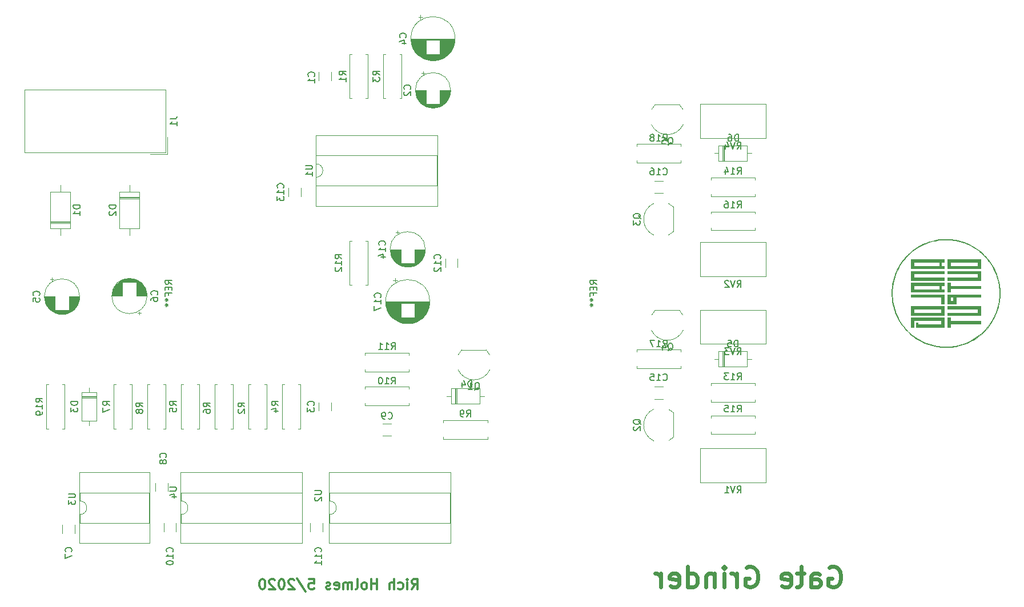
<source format=gbr>
G04 #@! TF.GenerationSoftware,KiCad,Pcbnew,5.1.6-c6e7f7d~87~ubuntu20.04.1*
G04 #@! TF.CreationDate,2020-08-28T15:14:01-04:00*
G04 #@! TF.ProjectId,gategrinder,67617465-6772-4696-9e64-65722e6b6963,rev?*
G04 #@! TF.SameCoordinates,Original*
G04 #@! TF.FileFunction,Legend,Bot*
G04 #@! TF.FilePolarity,Positive*
%FSLAX46Y46*%
G04 Gerber Fmt 4.6, Leading zero omitted, Abs format (unit mm)*
G04 Created by KiCad (PCBNEW 5.1.6-c6e7f7d~87~ubuntu20.04.1) date 2020-08-28 15:14:01*
%MOMM*%
%LPD*%
G01*
G04 APERTURE LIST*
%ADD10C,0.300000*%
%ADD11C,0.600000*%
%ADD12C,0.120000*%
%ADD13C,0.010000*%
%ADD14C,0.150000*%
G04 APERTURE END LIST*
D10*
X103821428Y-155878571D02*
X104321428Y-155164285D01*
X104678571Y-155878571D02*
X104678571Y-154378571D01*
X104107142Y-154378571D01*
X103964285Y-154450000D01*
X103892857Y-154521428D01*
X103821428Y-154664285D01*
X103821428Y-154878571D01*
X103892857Y-155021428D01*
X103964285Y-155092857D01*
X104107142Y-155164285D01*
X104678571Y-155164285D01*
X103178571Y-155878571D02*
X103178571Y-154878571D01*
X103178571Y-154378571D02*
X103250000Y-154450000D01*
X103178571Y-154521428D01*
X103107142Y-154450000D01*
X103178571Y-154378571D01*
X103178571Y-154521428D01*
X101821428Y-155807142D02*
X101964285Y-155878571D01*
X102250000Y-155878571D01*
X102392857Y-155807142D01*
X102464285Y-155735714D01*
X102535714Y-155592857D01*
X102535714Y-155164285D01*
X102464285Y-155021428D01*
X102392857Y-154950000D01*
X102250000Y-154878571D01*
X101964285Y-154878571D01*
X101821428Y-154950000D01*
X101178571Y-155878571D02*
X101178571Y-154378571D01*
X100535714Y-155878571D02*
X100535714Y-155092857D01*
X100607142Y-154950000D01*
X100750000Y-154878571D01*
X100964285Y-154878571D01*
X101107142Y-154950000D01*
X101178571Y-155021428D01*
X98678571Y-155878571D02*
X98678571Y-154378571D01*
X98678571Y-155092857D02*
X97821428Y-155092857D01*
X97821428Y-155878571D02*
X97821428Y-154378571D01*
X96892857Y-155878571D02*
X97035714Y-155807142D01*
X97107142Y-155735714D01*
X97178571Y-155592857D01*
X97178571Y-155164285D01*
X97107142Y-155021428D01*
X97035714Y-154950000D01*
X96892857Y-154878571D01*
X96678571Y-154878571D01*
X96535714Y-154950000D01*
X96464285Y-155021428D01*
X96392857Y-155164285D01*
X96392857Y-155592857D01*
X96464285Y-155735714D01*
X96535714Y-155807142D01*
X96678571Y-155878571D01*
X96892857Y-155878571D01*
X95535714Y-155878571D02*
X95678571Y-155807142D01*
X95750000Y-155664285D01*
X95750000Y-154378571D01*
X94964285Y-155878571D02*
X94964285Y-154878571D01*
X94964285Y-155021428D02*
X94892857Y-154950000D01*
X94750000Y-154878571D01*
X94535714Y-154878571D01*
X94392857Y-154950000D01*
X94321428Y-155092857D01*
X94321428Y-155878571D01*
X94321428Y-155092857D02*
X94250000Y-154950000D01*
X94107142Y-154878571D01*
X93892857Y-154878571D01*
X93750000Y-154950000D01*
X93678571Y-155092857D01*
X93678571Y-155878571D01*
X92392857Y-155807142D02*
X92535714Y-155878571D01*
X92821428Y-155878571D01*
X92964285Y-155807142D01*
X93035714Y-155664285D01*
X93035714Y-155092857D01*
X92964285Y-154950000D01*
X92821428Y-154878571D01*
X92535714Y-154878571D01*
X92392857Y-154950000D01*
X92321428Y-155092857D01*
X92321428Y-155235714D01*
X93035714Y-155378571D01*
X91750000Y-155807142D02*
X91607142Y-155878571D01*
X91321428Y-155878571D01*
X91178571Y-155807142D01*
X91107142Y-155664285D01*
X91107142Y-155592857D01*
X91178571Y-155450000D01*
X91321428Y-155378571D01*
X91535714Y-155378571D01*
X91678571Y-155307142D01*
X91750000Y-155164285D01*
X91750000Y-155092857D01*
X91678571Y-154950000D01*
X91535714Y-154878571D01*
X91321428Y-154878571D01*
X91178571Y-154950000D01*
X88607142Y-154378571D02*
X89321428Y-154378571D01*
X89392857Y-155092857D01*
X89321428Y-155021428D01*
X89178571Y-154950000D01*
X88821428Y-154950000D01*
X88678571Y-155021428D01*
X88607142Y-155092857D01*
X88535714Y-155235714D01*
X88535714Y-155592857D01*
X88607142Y-155735714D01*
X88678571Y-155807142D01*
X88821428Y-155878571D01*
X89178571Y-155878571D01*
X89321428Y-155807142D01*
X89392857Y-155735714D01*
X86821428Y-154307142D02*
X88107142Y-156235714D01*
X86392857Y-154521428D02*
X86321428Y-154450000D01*
X86178571Y-154378571D01*
X85821428Y-154378571D01*
X85678571Y-154450000D01*
X85607142Y-154521428D01*
X85535714Y-154664285D01*
X85535714Y-154807142D01*
X85607142Y-155021428D01*
X86464285Y-155878571D01*
X85535714Y-155878571D01*
X84607142Y-154378571D02*
X84464285Y-154378571D01*
X84321428Y-154450000D01*
X84250000Y-154521428D01*
X84178571Y-154664285D01*
X84107142Y-154950000D01*
X84107142Y-155307142D01*
X84178571Y-155592857D01*
X84250000Y-155735714D01*
X84321428Y-155807142D01*
X84464285Y-155878571D01*
X84607142Y-155878571D01*
X84750000Y-155807142D01*
X84821428Y-155735714D01*
X84892857Y-155592857D01*
X84964285Y-155307142D01*
X84964285Y-154950000D01*
X84892857Y-154664285D01*
X84821428Y-154521428D01*
X84750000Y-154450000D01*
X84607142Y-154378571D01*
X83535714Y-154521428D02*
X83464285Y-154450000D01*
X83321428Y-154378571D01*
X82964285Y-154378571D01*
X82821428Y-154450000D01*
X82750000Y-154521428D01*
X82678571Y-154664285D01*
X82678571Y-154807142D01*
X82750000Y-155021428D01*
X83607142Y-155878571D01*
X82678571Y-155878571D01*
X81750000Y-154378571D02*
X81607142Y-154378571D01*
X81464285Y-154450000D01*
X81392857Y-154521428D01*
X81321428Y-154664285D01*
X81250000Y-154950000D01*
X81250000Y-155307142D01*
X81321428Y-155592857D01*
X81392857Y-155735714D01*
X81464285Y-155807142D01*
X81607142Y-155878571D01*
X81750000Y-155878571D01*
X81892857Y-155807142D01*
X81964285Y-155735714D01*
X82035714Y-155592857D01*
X82107142Y-155307142D01*
X82107142Y-154950000D01*
X82035714Y-154664285D01*
X81964285Y-154521428D01*
X81892857Y-154450000D01*
X81750000Y-154378571D01*
D11*
X165728571Y-152700000D02*
X166014285Y-152557142D01*
X166442857Y-152557142D01*
X166871428Y-152700000D01*
X167157142Y-152985714D01*
X167300000Y-153271428D01*
X167442857Y-153842857D01*
X167442857Y-154271428D01*
X167300000Y-154842857D01*
X167157142Y-155128571D01*
X166871428Y-155414285D01*
X166442857Y-155557142D01*
X166157142Y-155557142D01*
X165728571Y-155414285D01*
X165585714Y-155271428D01*
X165585714Y-154271428D01*
X166157142Y-154271428D01*
X163014285Y-155557142D02*
X163014285Y-153985714D01*
X163157142Y-153700000D01*
X163442857Y-153557142D01*
X164014285Y-153557142D01*
X164300000Y-153700000D01*
X163014285Y-155414285D02*
X163300000Y-155557142D01*
X164014285Y-155557142D01*
X164300000Y-155414285D01*
X164442857Y-155128571D01*
X164442857Y-154842857D01*
X164300000Y-154557142D01*
X164014285Y-154414285D01*
X163300000Y-154414285D01*
X163014285Y-154271428D01*
X162014285Y-153557142D02*
X160871428Y-153557142D01*
X161585714Y-152557142D02*
X161585714Y-155128571D01*
X161442857Y-155414285D01*
X161157142Y-155557142D01*
X160871428Y-155557142D01*
X158728571Y-155414285D02*
X159014285Y-155557142D01*
X159585714Y-155557142D01*
X159871428Y-155414285D01*
X160014285Y-155128571D01*
X160014285Y-153985714D01*
X159871428Y-153700000D01*
X159585714Y-153557142D01*
X159014285Y-153557142D01*
X158728571Y-153700000D01*
X158585714Y-153985714D01*
X158585714Y-154271428D01*
X160014285Y-154557142D01*
X153442857Y-152700000D02*
X153728571Y-152557142D01*
X154157142Y-152557142D01*
X154585714Y-152700000D01*
X154871428Y-152985714D01*
X155014285Y-153271428D01*
X155157142Y-153842857D01*
X155157142Y-154271428D01*
X155014285Y-154842857D01*
X154871428Y-155128571D01*
X154585714Y-155414285D01*
X154157142Y-155557142D01*
X153871428Y-155557142D01*
X153442857Y-155414285D01*
X153300000Y-155271428D01*
X153300000Y-154271428D01*
X153871428Y-154271428D01*
X152014285Y-155557142D02*
X152014285Y-153557142D01*
X152014285Y-154128571D02*
X151871428Y-153842857D01*
X151728571Y-153700000D01*
X151442857Y-153557142D01*
X151157142Y-153557142D01*
X150157142Y-155557142D02*
X150157142Y-153557142D01*
X150157142Y-152557142D02*
X150300000Y-152700000D01*
X150157142Y-152842857D01*
X150014285Y-152700000D01*
X150157142Y-152557142D01*
X150157142Y-152842857D01*
X148728571Y-153557142D02*
X148728571Y-155557142D01*
X148728571Y-153842857D02*
X148585714Y-153700000D01*
X148300000Y-153557142D01*
X147871428Y-153557142D01*
X147585714Y-153700000D01*
X147442857Y-153985714D01*
X147442857Y-155557142D01*
X144728571Y-155557142D02*
X144728571Y-152557142D01*
X144728571Y-155414285D02*
X145014285Y-155557142D01*
X145585714Y-155557142D01*
X145871428Y-155414285D01*
X146014285Y-155271428D01*
X146157142Y-154985714D01*
X146157142Y-154128571D01*
X146014285Y-153842857D01*
X145871428Y-153700000D01*
X145585714Y-153557142D01*
X145014285Y-153557142D01*
X144728571Y-153700000D01*
X142157142Y-155414285D02*
X142442857Y-155557142D01*
X143014285Y-155557142D01*
X143300000Y-155414285D01*
X143442857Y-155128571D01*
X143442857Y-153985714D01*
X143300000Y-153700000D01*
X143014285Y-153557142D01*
X142442857Y-153557142D01*
X142157142Y-153700000D01*
X142014285Y-153985714D01*
X142014285Y-154271428D01*
X143442857Y-154557142D01*
X140728571Y-155557142D02*
X140728571Y-153557142D01*
X140728571Y-154128571D02*
X140585714Y-153842857D01*
X140442857Y-153700000D01*
X140157142Y-153557142D01*
X139871428Y-153557142D01*
D12*
X49960000Y-125540000D02*
X49630000Y-125540000D01*
X49630000Y-125540000D02*
X49630000Y-132080000D01*
X49630000Y-132080000D02*
X49960000Y-132080000D01*
X52040000Y-125540000D02*
X52370000Y-125540000D01*
X52370000Y-125540000D02*
X52370000Y-132080000D01*
X52370000Y-132080000D02*
X52040000Y-132080000D01*
X146575000Y-89030000D02*
X156345000Y-89030000D01*
X146575000Y-83960000D02*
X156345000Y-83960000D01*
X146575000Y-89030000D02*
X146575000Y-83960000D01*
X156345000Y-89030000D02*
X156345000Y-83960000D01*
X146575000Y-119530000D02*
X156345000Y-119530000D01*
X146575000Y-114460000D02*
X156345000Y-114460000D01*
X146575000Y-119530000D02*
X146575000Y-114460000D01*
X156345000Y-119530000D02*
X156345000Y-114460000D01*
X146575000Y-109530000D02*
X156345000Y-109530000D01*
X146575000Y-104460000D02*
X156345000Y-104460000D01*
X146575000Y-109530000D02*
X146575000Y-104460000D01*
X156345000Y-109530000D02*
X156345000Y-104460000D01*
X146575000Y-140030000D02*
X156345000Y-140030000D01*
X146575000Y-134960000D02*
X156345000Y-134960000D01*
X146575000Y-140030000D02*
X146575000Y-134960000D01*
X156345000Y-140030000D02*
X156345000Y-134960000D01*
X139910000Y-84040000D02*
X143510000Y-84040000D01*
X144034184Y-84767205D02*
G75*
G03*
X143510000Y-84040000I-2324184J-1122795D01*
G01*
X144066400Y-86988807D02*
G75*
G02*
X141710000Y-88490000I-2356400J1098807D01*
G01*
X139353600Y-86988807D02*
G75*
G03*
X141710000Y-88490000I2356400J1098807D01*
G01*
X139385816Y-84767205D02*
G75*
G02*
X139910000Y-84040000I2324184J-1122795D01*
G01*
X139910000Y-114540000D02*
X143510000Y-114540000D01*
X144034184Y-115267205D02*
G75*
G03*
X143510000Y-114540000I-2324184J-1122795D01*
G01*
X144066400Y-117488807D02*
G75*
G02*
X141710000Y-118990000I-2356400J1098807D01*
G01*
X139353600Y-117488807D02*
G75*
G03*
X141710000Y-118990000I2356400J1098807D01*
G01*
X139385816Y-115267205D02*
G75*
G02*
X139910000Y-114540000I2324184J-1122795D01*
G01*
X142650000Y-99240000D02*
X142650000Y-102840000D01*
X141922795Y-103364184D02*
G75*
G03*
X142650000Y-102840000I-1122795J2324184D01*
G01*
X139701193Y-103396400D02*
G75*
G02*
X138200000Y-101040000I1098807J2356400D01*
G01*
X139701193Y-98683600D02*
G75*
G03*
X138200000Y-101040000I1098807J-2356400D01*
G01*
X141922795Y-98715816D02*
G75*
G02*
X142650000Y-99240000I-1122795J-2324184D01*
G01*
X142650000Y-129740000D02*
X142650000Y-133340000D01*
X141922795Y-133864184D02*
G75*
G03*
X142650000Y-133340000I-1122795J2324184D01*
G01*
X139701193Y-133896400D02*
G75*
G02*
X138200000Y-131540000I1098807J2356400D01*
G01*
X139701193Y-129183600D02*
G75*
G03*
X138200000Y-131540000I1098807J-2356400D01*
G01*
X141922795Y-129215816D02*
G75*
G02*
X142650000Y-129740000I-1122795J-2324184D01*
G01*
X111252060Y-120400000D02*
X114852060Y-120400000D01*
X115376244Y-121127205D02*
G75*
G03*
X114852060Y-120400000I-2324184J-1122795D01*
G01*
X115408460Y-123348807D02*
G75*
G02*
X113052060Y-124850000I-2356400J1098807D01*
G01*
X110695660Y-123348807D02*
G75*
G03*
X113052060Y-124850000I2356400J1098807D01*
G01*
X110727876Y-121127205D02*
G75*
G02*
X111252060Y-120400000I2324184J-1122795D01*
G01*
D13*
G36*
X174975735Y-112174991D02*
G01*
X174982774Y-112390629D01*
X174995337Y-112598909D01*
X174996151Y-112609600D01*
X175027031Y-112928374D01*
X175070289Y-113244574D01*
X175125818Y-113557904D01*
X175193510Y-113868072D01*
X175273257Y-114174782D01*
X175364950Y-114477741D01*
X175468480Y-114776654D01*
X175583741Y-115071227D01*
X175710622Y-115361166D01*
X175849017Y-115646177D01*
X175998816Y-115925965D01*
X176159912Y-116200237D01*
X176332196Y-116468699D01*
X176510716Y-116724400D01*
X176698759Y-116972396D01*
X176897428Y-117213921D01*
X177106041Y-117448286D01*
X177323919Y-117674801D01*
X177550380Y-117892777D01*
X177784742Y-118101524D01*
X178026326Y-118300355D01*
X178200161Y-118433860D01*
X178458787Y-118618876D01*
X178724146Y-118793230D01*
X178995861Y-118956761D01*
X179273556Y-119109306D01*
X179556854Y-119250704D01*
X179845380Y-119380794D01*
X180138756Y-119499413D01*
X180436608Y-119606399D01*
X180738557Y-119701591D01*
X181044229Y-119784827D01*
X181353246Y-119855945D01*
X181631575Y-119909055D01*
X181804235Y-119937042D01*
X181975168Y-119961037D01*
X182147803Y-119981439D01*
X182325570Y-119998648D01*
X182511896Y-120013063D01*
X182539625Y-120014931D01*
X182579936Y-120017042D01*
X182631142Y-120018835D01*
X182691464Y-120020311D01*
X182759124Y-120021469D01*
X182832341Y-120022310D01*
X182909338Y-120022833D01*
X182988334Y-120023039D01*
X183067552Y-120022926D01*
X183145212Y-120022496D01*
X183219534Y-120021748D01*
X183288741Y-120020681D01*
X183351053Y-120019296D01*
X183404691Y-120017593D01*
X183447876Y-120015571D01*
X183457200Y-120014991D01*
X183725334Y-119993639D01*
X183984351Y-119965676D01*
X184236148Y-119930812D01*
X184482622Y-119888757D01*
X184725671Y-119839221D01*
X184943241Y-119787955D01*
X185253427Y-119703741D01*
X185558673Y-119607846D01*
X185858811Y-119500362D01*
X186153671Y-119381378D01*
X186443085Y-119250984D01*
X186726882Y-119109271D01*
X187004895Y-118956329D01*
X187276954Y-118792247D01*
X187542889Y-118617117D01*
X187802532Y-118431028D01*
X188055714Y-118234070D01*
X188302265Y-118026334D01*
X188383239Y-117954446D01*
X188418069Y-117922488D01*
X188460027Y-117882958D01*
X188507566Y-117837387D01*
X188559144Y-117787310D01*
X188613214Y-117734262D01*
X188668232Y-117679776D01*
X188722654Y-117625386D01*
X188774935Y-117572626D01*
X188823529Y-117523031D01*
X188866893Y-117478134D01*
X188903481Y-117439469D01*
X188921698Y-117419725D01*
X189134082Y-117177164D01*
X189335786Y-116927826D01*
X189526703Y-116671968D01*
X189706729Y-116409846D01*
X189875757Y-116141717D01*
X190033681Y-115867836D01*
X190180395Y-115588462D01*
X190315794Y-115303851D01*
X190439772Y-115014258D01*
X190552223Y-114719941D01*
X190653041Y-114421156D01*
X190742120Y-114118160D01*
X190819355Y-113811210D01*
X190884638Y-113500562D01*
X190937866Y-113186472D01*
X190978931Y-112869198D01*
X191007728Y-112548996D01*
X191020087Y-112333375D01*
X191021469Y-112294019D01*
X191022637Y-112244526D01*
X191023583Y-112187151D01*
X191024301Y-112124151D01*
X191024782Y-112057781D01*
X191025020Y-111990295D01*
X191025006Y-111923951D01*
X191024734Y-111861003D01*
X191024196Y-111803708D01*
X191023385Y-111754319D01*
X191022293Y-111715094D01*
X191022138Y-111711075D01*
X191003071Y-111389278D01*
X190971720Y-111070045D01*
X190928190Y-110753659D01*
X190872587Y-110440404D01*
X190805016Y-110130562D01*
X190725583Y-109824416D01*
X190634392Y-109522249D01*
X190531550Y-109224345D01*
X190417162Y-108930987D01*
X190291333Y-108642457D01*
X190154168Y-108359038D01*
X190005773Y-108081015D01*
X189846253Y-107808669D01*
X189675714Y-107542285D01*
X189494261Y-107282144D01*
X189302000Y-107028530D01*
X189258532Y-106973975D01*
X189082109Y-106762582D01*
X188894938Y-106553698D01*
X188698964Y-106349323D01*
X188496129Y-106151459D01*
X188288375Y-105962107D01*
X188210175Y-105894199D01*
X187969527Y-105696322D01*
X187720284Y-105507571D01*
X187463034Y-105328302D01*
X187198365Y-105158871D01*
X186926867Y-104999632D01*
X186649127Y-104850941D01*
X186365734Y-104713153D01*
X186077277Y-104586623D01*
X185974975Y-104544962D01*
X185677599Y-104433049D01*
X185376886Y-104333287D01*
X185073211Y-104245687D01*
X184766952Y-104170261D01*
X184458484Y-104107022D01*
X184148185Y-104055980D01*
X183836431Y-104017150D01*
X183523599Y-103990541D01*
X183210065Y-103976167D01*
X183000000Y-103974743D01*
X183000000Y-104059475D01*
X183096293Y-104059580D01*
X183181638Y-104059947D01*
X183257786Y-104060658D01*
X183326488Y-104061792D01*
X183389495Y-104063429D01*
X183448557Y-104065649D01*
X183505424Y-104068532D01*
X183561849Y-104072159D01*
X183619581Y-104076609D01*
X183680371Y-104081963D01*
X183745971Y-104088301D01*
X183818131Y-104095702D01*
X183838200Y-104097812D01*
X184151784Y-104137267D01*
X184462810Y-104189082D01*
X184770937Y-104253113D01*
X185075827Y-104329214D01*
X185377138Y-104417242D01*
X185674531Y-104517051D01*
X185967665Y-104628497D01*
X186256201Y-104751435D01*
X186539799Y-104885722D01*
X186818118Y-105031211D01*
X187090819Y-105187758D01*
X187357562Y-105355219D01*
X187618007Y-105533450D01*
X187871813Y-105722304D01*
X188111595Y-105915722D01*
X188181174Y-105974700D01*
X188246716Y-106031615D01*
X188310173Y-106088272D01*
X188373500Y-106146476D01*
X188438647Y-106208032D01*
X188507568Y-106274744D01*
X188582215Y-106348418D01*
X188613744Y-106379871D01*
X188740062Y-106508278D01*
X188857562Y-106632218D01*
X188968192Y-106753963D01*
X189073898Y-106875785D01*
X189176628Y-106999956D01*
X189278330Y-107128745D01*
X189380950Y-107264427D01*
X189434290Y-107337040D01*
X189603233Y-107579212D01*
X189764170Y-107830297D01*
X189916523Y-108089121D01*
X190059718Y-108354511D01*
X190193179Y-108625290D01*
X190316331Y-108900285D01*
X190428598Y-109178321D01*
X190529404Y-109458223D01*
X190618175Y-109738818D01*
X190628524Y-109774325D01*
X190691549Y-110003846D01*
X190746941Y-110229880D01*
X190795055Y-110454561D01*
X190836244Y-110680028D01*
X190870863Y-110908415D01*
X190899267Y-111141859D01*
X190921810Y-111382498D01*
X190938847Y-111632466D01*
X190939864Y-111650750D01*
X190940894Y-111678707D01*
X190941600Y-111717779D01*
X190942002Y-111766385D01*
X190942121Y-111822944D01*
X190941975Y-111885874D01*
X190941584Y-111953596D01*
X190940970Y-112024528D01*
X190940150Y-112097089D01*
X190939146Y-112169698D01*
X190937976Y-112240776D01*
X190936661Y-112308740D01*
X190935221Y-112372010D01*
X190933675Y-112429005D01*
X190932043Y-112478144D01*
X190930346Y-112517846D01*
X190928635Y-112546100D01*
X190916665Y-112690558D01*
X190903570Y-112825841D01*
X190888923Y-112955455D01*
X190872300Y-113082903D01*
X190853277Y-113211692D01*
X190832359Y-113339850D01*
X190773295Y-113649490D01*
X190701975Y-113956131D01*
X190618569Y-114259392D01*
X190523249Y-114558895D01*
X190416185Y-114854263D01*
X190297547Y-115145116D01*
X190167506Y-115431077D01*
X190026233Y-115711766D01*
X189873898Y-115986806D01*
X189710672Y-116255819D01*
X189536725Y-116518425D01*
X189352227Y-116774247D01*
X189190866Y-116981575D01*
X189017043Y-117189717D01*
X188833804Y-117394452D01*
X188643227Y-117593631D01*
X188447393Y-117785102D01*
X188248381Y-117966715D01*
X188184632Y-118022169D01*
X187938812Y-118225140D01*
X187685875Y-118417637D01*
X187426036Y-118599532D01*
X187159510Y-118770694D01*
X186886511Y-118930991D01*
X186607255Y-119080295D01*
X186321957Y-119218473D01*
X186030832Y-119345396D01*
X185954666Y-119376354D01*
X185657325Y-119488636D01*
X185356408Y-119588792D01*
X185052227Y-119676748D01*
X184745092Y-119752428D01*
X184435316Y-119815756D01*
X184123210Y-119866658D01*
X183809086Y-119905058D01*
X183739775Y-119911817D01*
X183674465Y-119917793D01*
X183615676Y-119922893D01*
X183561664Y-119927185D01*
X183510687Y-119930737D01*
X183461004Y-119933618D01*
X183410873Y-119935894D01*
X183358551Y-119937634D01*
X183302296Y-119938907D01*
X183240367Y-119939779D01*
X183171022Y-119940319D01*
X183092518Y-119940595D01*
X183003113Y-119940674D01*
X183000000Y-119940675D01*
X182910211Y-119940600D01*
X182831379Y-119940332D01*
X182761763Y-119939801D01*
X182699620Y-119938941D01*
X182643208Y-119937683D01*
X182590785Y-119935959D01*
X182540610Y-119933701D01*
X182490940Y-119930841D01*
X182440033Y-119927312D01*
X182386147Y-119923045D01*
X182327541Y-119917972D01*
X182262471Y-119912026D01*
X182260225Y-119911817D01*
X181946587Y-119876271D01*
X181635048Y-119828284D01*
X181325996Y-119767999D01*
X181019818Y-119695559D01*
X180716902Y-119611109D01*
X180417635Y-119514791D01*
X180122406Y-119406748D01*
X179831601Y-119287124D01*
X179545608Y-119156061D01*
X179264815Y-119013704D01*
X178989610Y-118860196D01*
X178720379Y-118695679D01*
X178457511Y-118520297D01*
X178415300Y-118490694D01*
X178161644Y-118303809D01*
X177915341Y-118106646D01*
X177676690Y-117899486D01*
X177445990Y-117682611D01*
X177223539Y-117456304D01*
X177009637Y-117220846D01*
X176804582Y-116976519D01*
X176785687Y-116953000D01*
X176598764Y-116709432D01*
X176420822Y-116457192D01*
X176252232Y-116196942D01*
X176093367Y-115929348D01*
X175944601Y-115655075D01*
X175806305Y-115374787D01*
X175678853Y-115089149D01*
X175562617Y-114798825D01*
X175532502Y-114717800D01*
X175435024Y-114434472D01*
X175348738Y-114148299D01*
X175273486Y-113858533D01*
X175209108Y-113564427D01*
X175155447Y-113265234D01*
X175112344Y-112960209D01*
X175079641Y-112648604D01*
X175070767Y-112539750D01*
X175067595Y-112488630D01*
X175064898Y-112426592D01*
X175062679Y-112355407D01*
X175060935Y-112276847D01*
X175059667Y-112192685D01*
X175058876Y-112104691D01*
X175058561Y-112014639D01*
X175058722Y-111924300D01*
X175059359Y-111835447D01*
X175060473Y-111749851D01*
X175062062Y-111669284D01*
X175064128Y-111595520D01*
X175066670Y-111530329D01*
X175069689Y-111475483D01*
X175070767Y-111460250D01*
X175095598Y-111184454D01*
X175127842Y-110917162D01*
X175167858Y-110656314D01*
X175216002Y-110399856D01*
X175272631Y-110145729D01*
X175338104Y-109891876D01*
X175351805Y-109842681D01*
X175442852Y-109542873D01*
X175545948Y-109246573D01*
X175660819Y-108954304D01*
X175787187Y-108666593D01*
X175924778Y-108383963D01*
X176073317Y-108106940D01*
X176232527Y-107836048D01*
X176402134Y-107571812D01*
X176581861Y-107314756D01*
X176771434Y-107065405D01*
X176880928Y-106930372D01*
X177004537Y-106785437D01*
X177135990Y-106638871D01*
X177272948Y-106493080D01*
X177413072Y-106350470D01*
X177554023Y-106213447D01*
X177693463Y-106084417D01*
X177764425Y-106021431D01*
X178007239Y-105817557D01*
X178257244Y-105624008D01*
X178514096Y-105440935D01*
X178777449Y-105268488D01*
X179046959Y-105106817D01*
X179322283Y-104956073D01*
X179603076Y-104816408D01*
X179888995Y-104687970D01*
X180179694Y-104570912D01*
X180474830Y-104465383D01*
X180774058Y-104371534D01*
X181077035Y-104289515D01*
X181383415Y-104219478D01*
X181692856Y-104161572D01*
X182005012Y-104115949D01*
X182161800Y-104097812D01*
X182235953Y-104090121D01*
X182303091Y-104083514D01*
X182364965Y-104077912D01*
X182423324Y-104073235D01*
X182479920Y-104069401D01*
X182536504Y-104066332D01*
X182594826Y-104063947D01*
X182656638Y-104062166D01*
X182723689Y-104060909D01*
X182797731Y-104060096D01*
X182880515Y-104059647D01*
X182973791Y-104059481D01*
X183000000Y-104059475D01*
X183000000Y-103974743D01*
X182896206Y-103974039D01*
X182582399Y-103984169D01*
X182269019Y-104006569D01*
X181956445Y-104041252D01*
X181645052Y-104088229D01*
X181335217Y-104147512D01*
X181027317Y-104219113D01*
X180721728Y-104303045D01*
X180504450Y-104370756D01*
X180203487Y-104475926D01*
X179907463Y-104592745D01*
X179616663Y-104721048D01*
X179331376Y-104860665D01*
X179051888Y-105011429D01*
X178778485Y-105173174D01*
X178511455Y-105345731D01*
X178251084Y-105528932D01*
X177997661Y-105722611D01*
X177751470Y-105926599D01*
X177580275Y-106078462D01*
X177548295Y-106108217D01*
X177509116Y-106145594D01*
X177464307Y-106189029D01*
X177415433Y-106236954D01*
X177364061Y-106287803D01*
X177311757Y-106340008D01*
X177260090Y-106392004D01*
X177210624Y-106442222D01*
X177164928Y-106489097D01*
X177124568Y-106531062D01*
X177091110Y-106566549D01*
X177078462Y-106580275D01*
X176867276Y-106821047D01*
X176666321Y-107069184D01*
X176475760Y-107324396D01*
X176295753Y-107586395D01*
X176126464Y-107854890D01*
X175968054Y-108129594D01*
X175820685Y-108410216D01*
X175684520Y-108696469D01*
X175559720Y-108988061D01*
X175446447Y-109284705D01*
X175344863Y-109586111D01*
X175287174Y-109777500D01*
X175204847Y-110086397D01*
X175134900Y-110398110D01*
X175077345Y-110712588D01*
X175032191Y-111029775D01*
X175002451Y-111314200D01*
X174987578Y-111521597D01*
X174978156Y-111736707D01*
X174974202Y-111955760D01*
X174975735Y-112174991D01*
G37*
X174975735Y-112174991D02*
X174982774Y-112390629D01*
X174995337Y-112598909D01*
X174996151Y-112609600D01*
X175027031Y-112928374D01*
X175070289Y-113244574D01*
X175125818Y-113557904D01*
X175193510Y-113868072D01*
X175273257Y-114174782D01*
X175364950Y-114477741D01*
X175468480Y-114776654D01*
X175583741Y-115071227D01*
X175710622Y-115361166D01*
X175849017Y-115646177D01*
X175998816Y-115925965D01*
X176159912Y-116200237D01*
X176332196Y-116468699D01*
X176510716Y-116724400D01*
X176698759Y-116972396D01*
X176897428Y-117213921D01*
X177106041Y-117448286D01*
X177323919Y-117674801D01*
X177550380Y-117892777D01*
X177784742Y-118101524D01*
X178026326Y-118300355D01*
X178200161Y-118433860D01*
X178458787Y-118618876D01*
X178724146Y-118793230D01*
X178995861Y-118956761D01*
X179273556Y-119109306D01*
X179556854Y-119250704D01*
X179845380Y-119380794D01*
X180138756Y-119499413D01*
X180436608Y-119606399D01*
X180738557Y-119701591D01*
X181044229Y-119784827D01*
X181353246Y-119855945D01*
X181631575Y-119909055D01*
X181804235Y-119937042D01*
X181975168Y-119961037D01*
X182147803Y-119981439D01*
X182325570Y-119998648D01*
X182511896Y-120013063D01*
X182539625Y-120014931D01*
X182579936Y-120017042D01*
X182631142Y-120018835D01*
X182691464Y-120020311D01*
X182759124Y-120021469D01*
X182832341Y-120022310D01*
X182909338Y-120022833D01*
X182988334Y-120023039D01*
X183067552Y-120022926D01*
X183145212Y-120022496D01*
X183219534Y-120021748D01*
X183288741Y-120020681D01*
X183351053Y-120019296D01*
X183404691Y-120017593D01*
X183447876Y-120015571D01*
X183457200Y-120014991D01*
X183725334Y-119993639D01*
X183984351Y-119965676D01*
X184236148Y-119930812D01*
X184482622Y-119888757D01*
X184725671Y-119839221D01*
X184943241Y-119787955D01*
X185253427Y-119703741D01*
X185558673Y-119607846D01*
X185858811Y-119500362D01*
X186153671Y-119381378D01*
X186443085Y-119250984D01*
X186726882Y-119109271D01*
X187004895Y-118956329D01*
X187276954Y-118792247D01*
X187542889Y-118617117D01*
X187802532Y-118431028D01*
X188055714Y-118234070D01*
X188302265Y-118026334D01*
X188383239Y-117954446D01*
X188418069Y-117922488D01*
X188460027Y-117882958D01*
X188507566Y-117837387D01*
X188559144Y-117787310D01*
X188613214Y-117734262D01*
X188668232Y-117679776D01*
X188722654Y-117625386D01*
X188774935Y-117572626D01*
X188823529Y-117523031D01*
X188866893Y-117478134D01*
X188903481Y-117439469D01*
X188921698Y-117419725D01*
X189134082Y-117177164D01*
X189335786Y-116927826D01*
X189526703Y-116671968D01*
X189706729Y-116409846D01*
X189875757Y-116141717D01*
X190033681Y-115867836D01*
X190180395Y-115588462D01*
X190315794Y-115303851D01*
X190439772Y-115014258D01*
X190552223Y-114719941D01*
X190653041Y-114421156D01*
X190742120Y-114118160D01*
X190819355Y-113811210D01*
X190884638Y-113500562D01*
X190937866Y-113186472D01*
X190978931Y-112869198D01*
X191007728Y-112548996D01*
X191020087Y-112333375D01*
X191021469Y-112294019D01*
X191022637Y-112244526D01*
X191023583Y-112187151D01*
X191024301Y-112124151D01*
X191024782Y-112057781D01*
X191025020Y-111990295D01*
X191025006Y-111923951D01*
X191024734Y-111861003D01*
X191024196Y-111803708D01*
X191023385Y-111754319D01*
X191022293Y-111715094D01*
X191022138Y-111711075D01*
X191003071Y-111389278D01*
X190971720Y-111070045D01*
X190928190Y-110753659D01*
X190872587Y-110440404D01*
X190805016Y-110130562D01*
X190725583Y-109824416D01*
X190634392Y-109522249D01*
X190531550Y-109224345D01*
X190417162Y-108930987D01*
X190291333Y-108642457D01*
X190154168Y-108359038D01*
X190005773Y-108081015D01*
X189846253Y-107808669D01*
X189675714Y-107542285D01*
X189494261Y-107282144D01*
X189302000Y-107028530D01*
X189258532Y-106973975D01*
X189082109Y-106762582D01*
X188894938Y-106553698D01*
X188698964Y-106349323D01*
X188496129Y-106151459D01*
X188288375Y-105962107D01*
X188210175Y-105894199D01*
X187969527Y-105696322D01*
X187720284Y-105507571D01*
X187463034Y-105328302D01*
X187198365Y-105158871D01*
X186926867Y-104999632D01*
X186649127Y-104850941D01*
X186365734Y-104713153D01*
X186077277Y-104586623D01*
X185974975Y-104544962D01*
X185677599Y-104433049D01*
X185376886Y-104333287D01*
X185073211Y-104245687D01*
X184766952Y-104170261D01*
X184458484Y-104107022D01*
X184148185Y-104055980D01*
X183836431Y-104017150D01*
X183523599Y-103990541D01*
X183210065Y-103976167D01*
X183000000Y-103974743D01*
X183000000Y-104059475D01*
X183096293Y-104059580D01*
X183181638Y-104059947D01*
X183257786Y-104060658D01*
X183326488Y-104061792D01*
X183389495Y-104063429D01*
X183448557Y-104065649D01*
X183505424Y-104068532D01*
X183561849Y-104072159D01*
X183619581Y-104076609D01*
X183680371Y-104081963D01*
X183745971Y-104088301D01*
X183818131Y-104095702D01*
X183838200Y-104097812D01*
X184151784Y-104137267D01*
X184462810Y-104189082D01*
X184770937Y-104253113D01*
X185075827Y-104329214D01*
X185377138Y-104417242D01*
X185674531Y-104517051D01*
X185967665Y-104628497D01*
X186256201Y-104751435D01*
X186539799Y-104885722D01*
X186818118Y-105031211D01*
X187090819Y-105187758D01*
X187357562Y-105355219D01*
X187618007Y-105533450D01*
X187871813Y-105722304D01*
X188111595Y-105915722D01*
X188181174Y-105974700D01*
X188246716Y-106031615D01*
X188310173Y-106088272D01*
X188373500Y-106146476D01*
X188438647Y-106208032D01*
X188507568Y-106274744D01*
X188582215Y-106348418D01*
X188613744Y-106379871D01*
X188740062Y-106508278D01*
X188857562Y-106632218D01*
X188968192Y-106753963D01*
X189073898Y-106875785D01*
X189176628Y-106999956D01*
X189278330Y-107128745D01*
X189380950Y-107264427D01*
X189434290Y-107337040D01*
X189603233Y-107579212D01*
X189764170Y-107830297D01*
X189916523Y-108089121D01*
X190059718Y-108354511D01*
X190193179Y-108625290D01*
X190316331Y-108900285D01*
X190428598Y-109178321D01*
X190529404Y-109458223D01*
X190618175Y-109738818D01*
X190628524Y-109774325D01*
X190691549Y-110003846D01*
X190746941Y-110229880D01*
X190795055Y-110454561D01*
X190836244Y-110680028D01*
X190870863Y-110908415D01*
X190899267Y-111141859D01*
X190921810Y-111382498D01*
X190938847Y-111632466D01*
X190939864Y-111650750D01*
X190940894Y-111678707D01*
X190941600Y-111717779D01*
X190942002Y-111766385D01*
X190942121Y-111822944D01*
X190941975Y-111885874D01*
X190941584Y-111953596D01*
X190940970Y-112024528D01*
X190940150Y-112097089D01*
X190939146Y-112169698D01*
X190937976Y-112240776D01*
X190936661Y-112308740D01*
X190935221Y-112372010D01*
X190933675Y-112429005D01*
X190932043Y-112478144D01*
X190930346Y-112517846D01*
X190928635Y-112546100D01*
X190916665Y-112690558D01*
X190903570Y-112825841D01*
X190888923Y-112955455D01*
X190872300Y-113082903D01*
X190853277Y-113211692D01*
X190832359Y-113339850D01*
X190773295Y-113649490D01*
X190701975Y-113956131D01*
X190618569Y-114259392D01*
X190523249Y-114558895D01*
X190416185Y-114854263D01*
X190297547Y-115145116D01*
X190167506Y-115431077D01*
X190026233Y-115711766D01*
X189873898Y-115986806D01*
X189710672Y-116255819D01*
X189536725Y-116518425D01*
X189352227Y-116774247D01*
X189190866Y-116981575D01*
X189017043Y-117189717D01*
X188833804Y-117394452D01*
X188643227Y-117593631D01*
X188447393Y-117785102D01*
X188248381Y-117966715D01*
X188184632Y-118022169D01*
X187938812Y-118225140D01*
X187685875Y-118417637D01*
X187426036Y-118599532D01*
X187159510Y-118770694D01*
X186886511Y-118930991D01*
X186607255Y-119080295D01*
X186321957Y-119218473D01*
X186030832Y-119345396D01*
X185954666Y-119376354D01*
X185657325Y-119488636D01*
X185356408Y-119588792D01*
X185052227Y-119676748D01*
X184745092Y-119752428D01*
X184435316Y-119815756D01*
X184123210Y-119866658D01*
X183809086Y-119905058D01*
X183739775Y-119911817D01*
X183674465Y-119917793D01*
X183615676Y-119922893D01*
X183561664Y-119927185D01*
X183510687Y-119930737D01*
X183461004Y-119933618D01*
X183410873Y-119935894D01*
X183358551Y-119937634D01*
X183302296Y-119938907D01*
X183240367Y-119939779D01*
X183171022Y-119940319D01*
X183092518Y-119940595D01*
X183003113Y-119940674D01*
X183000000Y-119940675D01*
X182910211Y-119940600D01*
X182831379Y-119940332D01*
X182761763Y-119939801D01*
X182699620Y-119938941D01*
X182643208Y-119937683D01*
X182590785Y-119935959D01*
X182540610Y-119933701D01*
X182490940Y-119930841D01*
X182440033Y-119927312D01*
X182386147Y-119923045D01*
X182327541Y-119917972D01*
X182262471Y-119912026D01*
X182260225Y-119911817D01*
X181946587Y-119876271D01*
X181635048Y-119828284D01*
X181325996Y-119767999D01*
X181019818Y-119695559D01*
X180716902Y-119611109D01*
X180417635Y-119514791D01*
X180122406Y-119406748D01*
X179831601Y-119287124D01*
X179545608Y-119156061D01*
X179264815Y-119013704D01*
X178989610Y-118860196D01*
X178720379Y-118695679D01*
X178457511Y-118520297D01*
X178415300Y-118490694D01*
X178161644Y-118303809D01*
X177915341Y-118106646D01*
X177676690Y-117899486D01*
X177445990Y-117682611D01*
X177223539Y-117456304D01*
X177009637Y-117220846D01*
X176804582Y-116976519D01*
X176785687Y-116953000D01*
X176598764Y-116709432D01*
X176420822Y-116457192D01*
X176252232Y-116196942D01*
X176093367Y-115929348D01*
X175944601Y-115655075D01*
X175806305Y-115374787D01*
X175678853Y-115089149D01*
X175562617Y-114798825D01*
X175532502Y-114717800D01*
X175435024Y-114434472D01*
X175348738Y-114148299D01*
X175273486Y-113858533D01*
X175209108Y-113564427D01*
X175155447Y-113265234D01*
X175112344Y-112960209D01*
X175079641Y-112648604D01*
X175070767Y-112539750D01*
X175067595Y-112488630D01*
X175064898Y-112426592D01*
X175062679Y-112355407D01*
X175060935Y-112276847D01*
X175059667Y-112192685D01*
X175058876Y-112104691D01*
X175058561Y-112014639D01*
X175058722Y-111924300D01*
X175059359Y-111835447D01*
X175060473Y-111749851D01*
X175062062Y-111669284D01*
X175064128Y-111595520D01*
X175066670Y-111530329D01*
X175069689Y-111475483D01*
X175070767Y-111460250D01*
X175095598Y-111184454D01*
X175127842Y-110917162D01*
X175167858Y-110656314D01*
X175216002Y-110399856D01*
X175272631Y-110145729D01*
X175338104Y-109891876D01*
X175351805Y-109842681D01*
X175442852Y-109542873D01*
X175545948Y-109246573D01*
X175660819Y-108954304D01*
X175787187Y-108666593D01*
X175924778Y-108383963D01*
X176073317Y-108106940D01*
X176232527Y-107836048D01*
X176402134Y-107571812D01*
X176581861Y-107314756D01*
X176771434Y-107065405D01*
X176880928Y-106930372D01*
X177004537Y-106785437D01*
X177135990Y-106638871D01*
X177272948Y-106493080D01*
X177413072Y-106350470D01*
X177554023Y-106213447D01*
X177693463Y-106084417D01*
X177764425Y-106021431D01*
X178007239Y-105817557D01*
X178257244Y-105624008D01*
X178514096Y-105440935D01*
X178777449Y-105268488D01*
X179046959Y-105106817D01*
X179322283Y-104956073D01*
X179603076Y-104816408D01*
X179888995Y-104687970D01*
X180179694Y-104570912D01*
X180474830Y-104465383D01*
X180774058Y-104371534D01*
X181077035Y-104289515D01*
X181383415Y-104219478D01*
X181692856Y-104161572D01*
X182005012Y-104115949D01*
X182161800Y-104097812D01*
X182235953Y-104090121D01*
X182303091Y-104083514D01*
X182364965Y-104077912D01*
X182423324Y-104073235D01*
X182479920Y-104069401D01*
X182536504Y-104066332D01*
X182594826Y-104063947D01*
X182656638Y-104062166D01*
X182723689Y-104060909D01*
X182797731Y-104060096D01*
X182880515Y-104059647D01*
X182973791Y-104059481D01*
X183000000Y-104059475D01*
X183000000Y-103974743D01*
X182896206Y-103974039D01*
X182582399Y-103984169D01*
X182269019Y-104006569D01*
X181956445Y-104041252D01*
X181645052Y-104088229D01*
X181335217Y-104147512D01*
X181027317Y-104219113D01*
X180721728Y-104303045D01*
X180504450Y-104370756D01*
X180203487Y-104475926D01*
X179907463Y-104592745D01*
X179616663Y-104721048D01*
X179331376Y-104860665D01*
X179051888Y-105011429D01*
X178778485Y-105173174D01*
X178511455Y-105345731D01*
X178251084Y-105528932D01*
X177997661Y-105722611D01*
X177751470Y-105926599D01*
X177580275Y-106078462D01*
X177548295Y-106108217D01*
X177509116Y-106145594D01*
X177464307Y-106189029D01*
X177415433Y-106236954D01*
X177364061Y-106287803D01*
X177311757Y-106340008D01*
X177260090Y-106392004D01*
X177210624Y-106442222D01*
X177164928Y-106489097D01*
X177124568Y-106531062D01*
X177091110Y-106566549D01*
X177078462Y-106580275D01*
X176867276Y-106821047D01*
X176666321Y-107069184D01*
X176475760Y-107324396D01*
X176295753Y-107586395D01*
X176126464Y-107854890D01*
X175968054Y-108129594D01*
X175820685Y-108410216D01*
X175684520Y-108696469D01*
X175559720Y-108988061D01*
X175446447Y-109284705D01*
X175344863Y-109586111D01*
X175287174Y-109777500D01*
X175204847Y-110086397D01*
X175134900Y-110398110D01*
X175077345Y-110712588D01*
X175032191Y-111029775D01*
X175002451Y-111314200D01*
X174987578Y-111521597D01*
X174978156Y-111736707D01*
X174974202Y-111955760D01*
X174975735Y-112174991D01*
G36*
X188149850Y-108355100D02*
G01*
X188149850Y-107670358D01*
X188149811Y-107578164D01*
X188149699Y-107489542D01*
X188149519Y-107405319D01*
X188149275Y-107326320D01*
X188148972Y-107253370D01*
X188148617Y-107187295D01*
X188148213Y-107128920D01*
X188147766Y-107079070D01*
X188147281Y-107038572D01*
X188146764Y-107008250D01*
X188146218Y-106988929D01*
X188145649Y-106981437D01*
X188145616Y-106981383D01*
X188139033Y-106981079D01*
X188120182Y-106980782D01*
X188089499Y-106980490D01*
X188047417Y-106980206D01*
X187994368Y-106979930D01*
X187930787Y-106979662D01*
X187857108Y-106979403D01*
X187773763Y-106979155D01*
X187681186Y-106978918D01*
X187579811Y-106978692D01*
X187470070Y-106978478D01*
X187352399Y-106978278D01*
X187227230Y-106978091D01*
X187094997Y-106977919D01*
X186956133Y-106977762D01*
X186811072Y-106977622D01*
X186660247Y-106977498D01*
X186504092Y-106977392D01*
X186343040Y-106977304D01*
X186177526Y-106977235D01*
X186007981Y-106977186D01*
X185834841Y-106977157D01*
X185688166Y-106977150D01*
X183641350Y-106977150D01*
X183641350Y-107370850D01*
X187737100Y-107370850D01*
X187737100Y-107967750D01*
X183641350Y-107967750D01*
X183641350Y-107370850D01*
X183641350Y-106977150D01*
X183234950Y-106977150D01*
X183234950Y-108355100D01*
X188149850Y-108355100D01*
G37*
X188149850Y-108355100D02*
X188149850Y-107670358D01*
X188149811Y-107578164D01*
X188149699Y-107489542D01*
X188149519Y-107405319D01*
X188149275Y-107326320D01*
X188148972Y-107253370D01*
X188148617Y-107187295D01*
X188148213Y-107128920D01*
X188147766Y-107079070D01*
X188147281Y-107038572D01*
X188146764Y-107008250D01*
X188146218Y-106988929D01*
X188145649Y-106981437D01*
X188145616Y-106981383D01*
X188139033Y-106981079D01*
X188120182Y-106980782D01*
X188089499Y-106980490D01*
X188047417Y-106980206D01*
X187994368Y-106979930D01*
X187930787Y-106979662D01*
X187857108Y-106979403D01*
X187773763Y-106979155D01*
X187681186Y-106978918D01*
X187579811Y-106978692D01*
X187470070Y-106978478D01*
X187352399Y-106978278D01*
X187227230Y-106978091D01*
X187094997Y-106977919D01*
X186956133Y-106977762D01*
X186811072Y-106977622D01*
X186660247Y-106977498D01*
X186504092Y-106977392D01*
X186343040Y-106977304D01*
X186177526Y-106977235D01*
X186007981Y-106977186D01*
X185834841Y-106977157D01*
X185688166Y-106977150D01*
X183641350Y-106977150D01*
X183641350Y-107370850D01*
X187737100Y-107370850D01*
X187737100Y-107967750D01*
X183641350Y-107967750D01*
X183641350Y-107370850D01*
X183641350Y-106977150D01*
X183234950Y-106977150D01*
X183234950Y-108355100D01*
X188149850Y-108355100D01*
G36*
X187737100Y-109104400D02*
G01*
X187737100Y-109701300D01*
X183234950Y-109701300D01*
X183234950Y-110088650D01*
X188147095Y-110088650D01*
X188147095Y-109402373D01*
X188147064Y-109310147D01*
X188146975Y-109221541D01*
X188146831Y-109137377D01*
X188146637Y-109058473D01*
X188146396Y-108985649D01*
X188146112Y-108919725D01*
X188145790Y-108861520D01*
X188145434Y-108811855D01*
X188145047Y-108771547D01*
X188144634Y-108741419D01*
X188144199Y-108722288D01*
X188143745Y-108714974D01*
X188143710Y-108714925D01*
X188137187Y-108714846D01*
X188118398Y-108714780D01*
X188087776Y-108714725D01*
X188045754Y-108714682D01*
X187992765Y-108714651D01*
X187929243Y-108714631D01*
X187855622Y-108714623D01*
X187772333Y-108714625D01*
X187679812Y-108714639D01*
X187578492Y-108714663D01*
X187468804Y-108714698D01*
X187351184Y-108714744D01*
X187226065Y-108714799D01*
X187093879Y-108714865D01*
X186955060Y-108714941D01*
X186810042Y-108715026D01*
X186659258Y-108715121D01*
X186503141Y-108715226D01*
X186342124Y-108715340D01*
X186176642Y-108715463D01*
X186007127Y-108715595D01*
X185834012Y-108715735D01*
X185687637Y-108715859D01*
X183234950Y-108717965D01*
X183234950Y-109104400D01*
X187737100Y-109104400D01*
G37*
X187737100Y-109104400D02*
X187737100Y-109701300D01*
X183234950Y-109701300D01*
X183234950Y-110088650D01*
X188147095Y-110088650D01*
X188147095Y-109402373D01*
X188147064Y-109310147D01*
X188146975Y-109221541D01*
X188146831Y-109137377D01*
X188146637Y-109058473D01*
X188146396Y-108985649D01*
X188146112Y-108919725D01*
X188145790Y-108861520D01*
X188145434Y-108811855D01*
X188145047Y-108771547D01*
X188144634Y-108741419D01*
X188144199Y-108722288D01*
X188143745Y-108714974D01*
X188143710Y-108714925D01*
X188137187Y-108714846D01*
X188118398Y-108714780D01*
X188087776Y-108714725D01*
X188045754Y-108714682D01*
X187992765Y-108714651D01*
X187929243Y-108714631D01*
X187855622Y-108714623D01*
X187772333Y-108714625D01*
X187679812Y-108714639D01*
X187578492Y-108714663D01*
X187468804Y-108714698D01*
X187351184Y-108714744D01*
X187226065Y-108714799D01*
X187093879Y-108714865D01*
X186955060Y-108714941D01*
X186810042Y-108715026D01*
X186659258Y-108715121D01*
X186503141Y-108715226D01*
X186342124Y-108715340D01*
X186176642Y-108715463D01*
X186007127Y-108715595D01*
X185834012Y-108715735D01*
X185687637Y-108715859D01*
X183234950Y-108717965D01*
X183234950Y-109104400D01*
X187737100Y-109104400D01*
G36*
X187737100Y-114298700D02*
G01*
X187737100Y-114895600D01*
X183234950Y-114895600D01*
X183234950Y-115282950D01*
X185486025Y-115284490D01*
X185656617Y-115284606D01*
X185825000Y-115284720D01*
X185990666Y-115284833D01*
X186153107Y-115284942D01*
X186311814Y-115285048D01*
X186466281Y-115285151D01*
X186616000Y-115285251D01*
X186760461Y-115285346D01*
X186899158Y-115285437D01*
X187031582Y-115285524D01*
X187157225Y-115285605D01*
X187275581Y-115285681D01*
X187386139Y-115285752D01*
X187488394Y-115285816D01*
X187581836Y-115285874D01*
X187665958Y-115285926D01*
X187740251Y-115285970D01*
X187804209Y-115286008D01*
X187857323Y-115286038D01*
X187899085Y-115286059D01*
X187928987Y-115286073D01*
X187941887Y-115286077D01*
X188146675Y-115286125D01*
X188146901Y-114598737D01*
X188147127Y-113911350D01*
X183234950Y-113911350D01*
X183234950Y-114298700D01*
X187737100Y-114298700D01*
G37*
X187737100Y-114298700D02*
X187737100Y-114895600D01*
X183234950Y-114895600D01*
X183234950Y-115282950D01*
X185486025Y-115284490D01*
X185656617Y-115284606D01*
X185825000Y-115284720D01*
X185990666Y-115284833D01*
X186153107Y-115284942D01*
X186311814Y-115285048D01*
X186466281Y-115285151D01*
X186616000Y-115285251D01*
X186760461Y-115285346D01*
X186899158Y-115285437D01*
X187031582Y-115285524D01*
X187157225Y-115285605D01*
X187275581Y-115285681D01*
X187386139Y-115285752D01*
X187488394Y-115285816D01*
X187581836Y-115285874D01*
X187665958Y-115285926D01*
X187740251Y-115285970D01*
X187804209Y-115286008D01*
X187857323Y-115286038D01*
X187899085Y-115286059D01*
X187928987Y-115286073D01*
X187941887Y-115286077D01*
X188146675Y-115286125D01*
X188146901Y-114598737D01*
X188147127Y-113911350D01*
X183234950Y-113911350D01*
X183234950Y-114298700D01*
X187737100Y-114298700D01*
G36*
X183641350Y-111822200D02*
G01*
X183641350Y-111326900D01*
X188143500Y-111326900D01*
X188143500Y-110939550D01*
X183641350Y-110939550D01*
X183641350Y-110444250D01*
X183234950Y-110444250D01*
X183234950Y-111822200D01*
X183641350Y-111822200D01*
G37*
X183641350Y-111822200D02*
X183641350Y-111326900D01*
X188143500Y-111326900D01*
X188143500Y-110939550D01*
X183641350Y-110939550D01*
X183641350Y-110444250D01*
X183234950Y-110444250D01*
X183234950Y-111822200D01*
X183641350Y-111822200D01*
G36*
X184498522Y-113555750D02*
G01*
X184500148Y-113062037D01*
X184501775Y-112568325D01*
X186322637Y-112566726D01*
X188143500Y-112565128D01*
X188143500Y-112177800D01*
X183959181Y-112177800D01*
X183959181Y-112566227D01*
X184001195Y-112566297D01*
X184036245Y-112566542D01*
X184062800Y-112566952D01*
X184079330Y-112567519D01*
X184084220Y-112568039D01*
X184086165Y-112571377D01*
X184087789Y-112580368D01*
X184089117Y-112595905D01*
X184090172Y-112618886D01*
X184090979Y-112650204D01*
X184091561Y-112690756D01*
X184091942Y-112741437D01*
X184092147Y-112803141D01*
X184092200Y-112866575D01*
X184092200Y-113162050D01*
X183641224Y-113162050D01*
X183642874Y-112865187D01*
X183644525Y-112568325D01*
X183860382Y-112566651D01*
X183911733Y-112566342D01*
X183959181Y-112566227D01*
X183959181Y-112177800D01*
X183234950Y-112177800D01*
X183234950Y-113555750D01*
X184498522Y-113555750D01*
G37*
X184498522Y-113555750D02*
X184500148Y-113062037D01*
X184501775Y-112568325D01*
X186322637Y-112566726D01*
X188143500Y-112565128D01*
X188143500Y-112177800D01*
X183959181Y-112177800D01*
X183959181Y-112566227D01*
X184001195Y-112566297D01*
X184036245Y-112566542D01*
X184062800Y-112566952D01*
X184079330Y-112567519D01*
X184084220Y-112568039D01*
X184086165Y-112571377D01*
X184087789Y-112580368D01*
X184089117Y-112595905D01*
X184090172Y-112618886D01*
X184090979Y-112650204D01*
X184091561Y-112690756D01*
X184091942Y-112741437D01*
X184092147Y-112803141D01*
X184092200Y-112866575D01*
X184092200Y-113162050D01*
X183641224Y-113162050D01*
X183642874Y-112865187D01*
X183644525Y-112568325D01*
X183860382Y-112566651D01*
X183911733Y-112566342D01*
X183959181Y-112566227D01*
X183959181Y-112177800D01*
X183234950Y-112177800D01*
X183234950Y-113555750D01*
X184498522Y-113555750D01*
G36*
X183641350Y-117016500D02*
G01*
X183641350Y-116527550D01*
X188143500Y-116527550D01*
X188143500Y-116133850D01*
X183641350Y-116133850D01*
X183641350Y-115644900D01*
X183234950Y-115644900D01*
X183234950Y-117016500D01*
X183641350Y-117016500D01*
G37*
X183641350Y-117016500D02*
X183641350Y-116527550D01*
X188143500Y-116527550D01*
X188143500Y-116133850D01*
X183641350Y-116133850D01*
X183641350Y-115644900D01*
X183234950Y-115644900D01*
X183234950Y-117016500D01*
X183641350Y-117016500D01*
G36*
X182765050Y-108355100D02*
G01*
X182765050Y-107967750D01*
X182358650Y-107967750D01*
X182358650Y-107370850D01*
X182765050Y-107370850D01*
X182765050Y-106983500D01*
X182563437Y-106983372D01*
X182541822Y-106983360D01*
X182508014Y-106983346D01*
X182462520Y-106983329D01*
X182405845Y-106983309D01*
X182338496Y-106983286D01*
X182260980Y-106983262D01*
X182173804Y-106983234D01*
X182077474Y-106983205D01*
X181972497Y-106983174D01*
X181859379Y-106983141D01*
X181738627Y-106983106D01*
X181610748Y-106983070D01*
X181476247Y-106983032D01*
X181335632Y-106982993D01*
X181189410Y-106982953D01*
X181038086Y-106982912D01*
X180882168Y-106982870D01*
X180722162Y-106982827D01*
X180558575Y-106982784D01*
X180391913Y-106982740D01*
X180222682Y-106982696D01*
X180107575Y-106982667D01*
X178262900Y-106982195D01*
X178262900Y-107370850D01*
X182085725Y-107370850D01*
X182084075Y-107667712D01*
X182082425Y-107964575D01*
X180172662Y-107966172D01*
X178262900Y-107967770D01*
X178262900Y-107370850D01*
X178262900Y-106982195D01*
X177853325Y-106982090D01*
X177853098Y-107668595D01*
X177852872Y-108355100D01*
X182765050Y-108355100D01*
G37*
X182765050Y-108355100D02*
X182765050Y-107967750D01*
X182358650Y-107967750D01*
X182358650Y-107370850D01*
X182765050Y-107370850D01*
X182765050Y-106983500D01*
X182563437Y-106983372D01*
X182541822Y-106983360D01*
X182508014Y-106983346D01*
X182462520Y-106983329D01*
X182405845Y-106983309D01*
X182338496Y-106983286D01*
X182260980Y-106983262D01*
X182173804Y-106983234D01*
X182077474Y-106983205D01*
X181972497Y-106983174D01*
X181859379Y-106983141D01*
X181738627Y-106983106D01*
X181610748Y-106983070D01*
X181476247Y-106983032D01*
X181335632Y-106982993D01*
X181189410Y-106982953D01*
X181038086Y-106982912D01*
X180882168Y-106982870D01*
X180722162Y-106982827D01*
X180558575Y-106982784D01*
X180391913Y-106982740D01*
X180222682Y-106982696D01*
X180107575Y-106982667D01*
X178262900Y-106982195D01*
X178262900Y-107370850D01*
X182085725Y-107370850D01*
X182084075Y-107667712D01*
X182082425Y-107964575D01*
X180172662Y-107966172D01*
X178262900Y-107967770D01*
X178262900Y-107370850D01*
X178262900Y-106982195D01*
X177853325Y-106982090D01*
X177853098Y-107668595D01*
X177852872Y-108355100D01*
X182765050Y-108355100D01*
G36*
X182765050Y-110088650D02*
G01*
X182765050Y-109701300D01*
X178262900Y-109701300D01*
X178262900Y-109104400D01*
X182765050Y-109104400D01*
X182765050Y-108717050D01*
X180513975Y-108715509D01*
X180343382Y-108715393D01*
X180174999Y-108715279D01*
X180009333Y-108715166D01*
X179846892Y-108715057D01*
X179688185Y-108714951D01*
X179533718Y-108714848D01*
X179383999Y-108714748D01*
X179239538Y-108714653D01*
X179100841Y-108714562D01*
X178968417Y-108714475D01*
X178842774Y-108714394D01*
X178724418Y-108714318D01*
X178613860Y-108714247D01*
X178511605Y-108714183D01*
X178418163Y-108714125D01*
X178334041Y-108714073D01*
X178259748Y-108714029D01*
X178195790Y-108713991D01*
X178142676Y-108713961D01*
X178100914Y-108713940D01*
X178071012Y-108713926D01*
X178058112Y-108713922D01*
X177853325Y-108713875D01*
X177853098Y-109401262D01*
X177852872Y-110088650D01*
X182765050Y-110088650D01*
G37*
X182765050Y-110088650D02*
X182765050Y-109701300D01*
X178262900Y-109701300D01*
X178262900Y-109104400D01*
X182765050Y-109104400D01*
X182765050Y-108717050D01*
X180513975Y-108715509D01*
X180343382Y-108715393D01*
X180174999Y-108715279D01*
X180009333Y-108715166D01*
X179846892Y-108715057D01*
X179688185Y-108714951D01*
X179533718Y-108714848D01*
X179383999Y-108714748D01*
X179239538Y-108714653D01*
X179100841Y-108714562D01*
X178968417Y-108714475D01*
X178842774Y-108714394D01*
X178724418Y-108714318D01*
X178613860Y-108714247D01*
X178511605Y-108714183D01*
X178418163Y-108714125D01*
X178334041Y-108714073D01*
X178259748Y-108714029D01*
X178195790Y-108713991D01*
X178142676Y-108713961D01*
X178100914Y-108713940D01*
X178071012Y-108713926D01*
X178058112Y-108713922D01*
X177853325Y-108713875D01*
X177853098Y-109401262D01*
X177852872Y-110088650D01*
X182765050Y-110088650D01*
G36*
X180309187Y-111820620D02*
G01*
X182765050Y-111822216D01*
X182765050Y-111434850D01*
X182358650Y-111434850D01*
X182358650Y-110837950D01*
X182765050Y-110837950D01*
X182765050Y-110444233D01*
X180309187Y-110445829D01*
X178262900Y-110447158D01*
X178262900Y-110837950D01*
X182085725Y-110837950D01*
X182084075Y-111134812D01*
X182082425Y-111431675D01*
X180172662Y-111433272D01*
X178262900Y-111434870D01*
X178262900Y-110837950D01*
X178262900Y-110447158D01*
X177853325Y-110447425D01*
X177853325Y-111819025D01*
X180309187Y-111820620D01*
G37*
X180309187Y-111820620D02*
X182765050Y-111822216D01*
X182765050Y-111434850D01*
X182358650Y-111434850D01*
X182358650Y-110837950D01*
X182765050Y-110837950D01*
X182765050Y-110444233D01*
X180309187Y-110445829D01*
X178262900Y-110447158D01*
X178262900Y-110837950D01*
X182085725Y-110837950D01*
X182084075Y-111134812D01*
X182082425Y-111431675D01*
X180172662Y-111433272D01*
X178262900Y-111434870D01*
X178262900Y-110837950D01*
X178262900Y-110447158D01*
X177853325Y-110447425D01*
X177853325Y-111819025D01*
X180309187Y-111820620D01*
G36*
X180105987Y-112566728D02*
G01*
X182355475Y-112568325D01*
X182357101Y-113062037D01*
X182358727Y-113555750D01*
X182765050Y-113555750D01*
X182765050Y-112177800D01*
X177856500Y-112177800D01*
X177856500Y-112565132D01*
X180105987Y-112566728D01*
G37*
X180105987Y-112566728D02*
X182355475Y-112568325D01*
X182357101Y-113062037D01*
X182358727Y-113555750D01*
X182765050Y-113555750D01*
X182765050Y-112177800D01*
X177856500Y-112177800D01*
X177856500Y-112565132D01*
X180105987Y-112566728D01*
G36*
X177851709Y-114598737D02*
G01*
X177853325Y-115286125D01*
X180309187Y-115287720D01*
X182765050Y-115289316D01*
X182765050Y-113911350D01*
X178262900Y-113911350D01*
X178262900Y-114305050D01*
X182358650Y-114305050D01*
X182358650Y-114895600D01*
X178262900Y-114895600D01*
X178262900Y-114305050D01*
X178262900Y-113911350D01*
X177850093Y-113911350D01*
X177851709Y-114598737D01*
G37*
X177851709Y-114598737D02*
X177853325Y-115286125D01*
X180309187Y-115287720D01*
X182765050Y-115289316D01*
X182765050Y-113911350D01*
X178262900Y-113911350D01*
X178262900Y-114305050D01*
X182358650Y-114305050D01*
X182358650Y-114895600D01*
X178262900Y-114895600D01*
X178262900Y-114305050D01*
X178262900Y-113911350D01*
X177850093Y-113911350D01*
X177851709Y-114598737D01*
G36*
X177852281Y-115935412D02*
G01*
X177853088Y-115998520D01*
X177853844Y-116071885D01*
X177854535Y-116153065D01*
X177855145Y-116239617D01*
X177855659Y-116329098D01*
X177856063Y-116419066D01*
X177856342Y-116507078D01*
X177856480Y-116590690D01*
X177856492Y-116621212D01*
X177856500Y-117016500D01*
X178262900Y-117016500D01*
X178262900Y-116032250D01*
X182358650Y-116032250D01*
X182358650Y-116629150D01*
X178847338Y-116629150D01*
X178845631Y-116484687D01*
X178843925Y-116340225D01*
X178705757Y-116338513D01*
X178567589Y-116336802D01*
X178569232Y-116676903D01*
X178570875Y-117017005D01*
X180667962Y-117018340D01*
X182765050Y-117019675D01*
X182765050Y-115644900D01*
X177848078Y-115644900D01*
X177852281Y-115935412D01*
G37*
X177852281Y-115935412D02*
X177853088Y-115998520D01*
X177853844Y-116071885D01*
X177854535Y-116153065D01*
X177855145Y-116239617D01*
X177855659Y-116329098D01*
X177856063Y-116419066D01*
X177856342Y-116507078D01*
X177856480Y-116590690D01*
X177856492Y-116621212D01*
X177856500Y-117016500D01*
X178262900Y-117016500D01*
X178262900Y-116032250D01*
X182358650Y-116032250D01*
X182358650Y-116629150D01*
X178847338Y-116629150D01*
X178845631Y-116484687D01*
X178843925Y-116340225D01*
X178705757Y-116338513D01*
X178567589Y-116336802D01*
X178569232Y-116676903D01*
X178570875Y-117017005D01*
X180667962Y-117018340D01*
X182765050Y-117019675D01*
X182765050Y-115644900D01*
X177848078Y-115644900D01*
X177852281Y-115935412D01*
D12*
X69642060Y-142810000D02*
X69642060Y-141560000D01*
X69642060Y-141560000D02*
X87542060Y-141560000D01*
X87542060Y-141560000D02*
X87542060Y-146060000D01*
X87542060Y-146060000D02*
X69642060Y-146060000D01*
X69642060Y-146060000D02*
X69642060Y-144810000D01*
X69582060Y-138560000D02*
X87602060Y-138560000D01*
X87602060Y-138560000D02*
X87602060Y-149060000D01*
X87602060Y-149060000D02*
X69582060Y-149060000D01*
X69582060Y-149060000D02*
X69582060Y-138560000D01*
X69642060Y-144810000D02*
G75*
G03*
X69642060Y-142810000I0J1000000D01*
G01*
X54642060Y-142810000D02*
X54642060Y-141560000D01*
X54642060Y-141560000D02*
X64922060Y-141560000D01*
X64922060Y-141560000D02*
X64922060Y-146060000D01*
X64922060Y-146060000D02*
X54642060Y-146060000D01*
X54642060Y-146060000D02*
X54642060Y-144810000D01*
X54582060Y-138560000D02*
X64982060Y-138560000D01*
X64982060Y-138560000D02*
X64982060Y-149060000D01*
X64982060Y-149060000D02*
X54582060Y-149060000D01*
X54582060Y-149060000D02*
X54582060Y-138560000D01*
X54642060Y-144810000D02*
G75*
G03*
X54642060Y-142810000I0J1000000D01*
G01*
X91642060Y-142810000D02*
X91642060Y-141560000D01*
X91642060Y-141560000D02*
X109542060Y-141560000D01*
X109542060Y-141560000D02*
X109542060Y-146060000D01*
X109542060Y-146060000D02*
X91642060Y-146060000D01*
X91642060Y-146060000D02*
X91642060Y-144810000D01*
X91582060Y-138560000D02*
X109602060Y-138560000D01*
X109602060Y-138560000D02*
X109602060Y-149060000D01*
X109602060Y-149060000D02*
X91582060Y-149060000D01*
X91582060Y-149060000D02*
X91582060Y-138560000D01*
X91642060Y-144810000D02*
G75*
G03*
X91642060Y-142810000I0J1000000D01*
G01*
X89642060Y-92810000D02*
X89642060Y-91560000D01*
X89642060Y-91560000D02*
X107542060Y-91560000D01*
X107542060Y-91560000D02*
X107542060Y-96060000D01*
X107542060Y-96060000D02*
X89642060Y-96060000D01*
X89642060Y-96060000D02*
X89642060Y-94810000D01*
X89582060Y-88560000D02*
X107602060Y-88560000D01*
X107602060Y-88560000D02*
X107602060Y-99060000D01*
X107602060Y-99060000D02*
X89582060Y-99060000D01*
X89582060Y-99060000D02*
X89582060Y-88560000D01*
X89642060Y-94810000D02*
G75*
G03*
X89642060Y-92810000I0J1000000D01*
G01*
X137170000Y-92290000D02*
X137170000Y-92620000D01*
X137170000Y-92620000D02*
X143710000Y-92620000D01*
X143710000Y-92620000D02*
X143710000Y-92290000D01*
X137170000Y-90210000D02*
X137170000Y-89880000D01*
X137170000Y-89880000D02*
X143710000Y-89880000D01*
X143710000Y-89880000D02*
X143710000Y-90210000D01*
X137170000Y-122790000D02*
X137170000Y-123120000D01*
X137170000Y-123120000D02*
X143710000Y-123120000D01*
X143710000Y-123120000D02*
X143710000Y-122790000D01*
X137170000Y-120710000D02*
X137170000Y-120380000D01*
X137170000Y-120380000D02*
X143710000Y-120380000D01*
X143710000Y-120380000D02*
X143710000Y-120710000D01*
X154710000Y-100230000D02*
X154710000Y-99900000D01*
X154710000Y-99900000D02*
X148170000Y-99900000D01*
X148170000Y-99900000D02*
X148170000Y-100230000D01*
X154710000Y-102310000D02*
X154710000Y-102640000D01*
X154710000Y-102640000D02*
X148170000Y-102640000D01*
X148170000Y-102640000D02*
X148170000Y-102310000D01*
X154710000Y-130480000D02*
X154710000Y-130150000D01*
X154710000Y-130150000D02*
X148170000Y-130150000D01*
X148170000Y-130150000D02*
X148170000Y-130480000D01*
X154710000Y-132560000D02*
X154710000Y-132890000D01*
X154710000Y-132890000D02*
X148170000Y-132890000D01*
X148170000Y-132890000D02*
X148170000Y-132560000D01*
X154710000Y-95210000D02*
X154710000Y-94880000D01*
X154710000Y-94880000D02*
X148170000Y-94880000D01*
X148170000Y-94880000D02*
X148170000Y-95210000D01*
X154710000Y-97290000D02*
X154710000Y-97620000D01*
X154710000Y-97620000D02*
X148170000Y-97620000D01*
X148170000Y-97620000D02*
X148170000Y-97290000D01*
X154710000Y-125710000D02*
X154710000Y-125380000D01*
X154710000Y-125380000D02*
X148170000Y-125380000D01*
X148170000Y-125380000D02*
X148170000Y-125710000D01*
X154710000Y-127790000D02*
X154710000Y-128120000D01*
X154710000Y-128120000D02*
X148170000Y-128120000D01*
X148170000Y-128120000D02*
X148170000Y-127790000D01*
X97012060Y-110790225D02*
X97342060Y-110790225D01*
X97342060Y-110790225D02*
X97342060Y-104250225D01*
X97342060Y-104250225D02*
X97012060Y-104250225D01*
X94932060Y-110790225D02*
X94602060Y-110790225D01*
X94602060Y-110790225D02*
X94602060Y-104250225D01*
X94602060Y-104250225D02*
X94932060Y-104250225D01*
X103432060Y-121210000D02*
X103432060Y-120880000D01*
X103432060Y-120880000D02*
X96892060Y-120880000D01*
X96892060Y-120880000D02*
X96892060Y-121210000D01*
X103432060Y-123290000D02*
X103432060Y-123620000D01*
X103432060Y-123620000D02*
X96892060Y-123620000D01*
X96892060Y-123620000D02*
X96892060Y-123290000D01*
X96892060Y-128290000D02*
X96892060Y-128620000D01*
X96892060Y-128620000D02*
X103432060Y-128620000D01*
X103432060Y-128620000D02*
X103432060Y-128290000D01*
X96892060Y-126210000D02*
X96892060Y-125880000D01*
X96892060Y-125880000D02*
X103432060Y-125880000D01*
X103432060Y-125880000D02*
X103432060Y-126210000D01*
X115052060Y-131210000D02*
X115052060Y-130880000D01*
X115052060Y-130880000D02*
X108512060Y-130880000D01*
X108512060Y-130880000D02*
X108512060Y-131210000D01*
X115052060Y-133290000D02*
X115052060Y-133620000D01*
X115052060Y-133620000D02*
X108512060Y-133620000D01*
X108512060Y-133620000D02*
X108512060Y-133290000D01*
X67012060Y-132080000D02*
X67342060Y-132080000D01*
X67342060Y-132080000D02*
X67342060Y-125540000D01*
X67342060Y-125540000D02*
X67012060Y-125540000D01*
X64932060Y-132080000D02*
X64602060Y-132080000D01*
X64602060Y-132080000D02*
X64602060Y-125540000D01*
X64602060Y-125540000D02*
X64932060Y-125540000D01*
X59932060Y-125540000D02*
X59602060Y-125540000D01*
X59602060Y-125540000D02*
X59602060Y-132080000D01*
X59602060Y-132080000D02*
X59932060Y-132080000D01*
X62012060Y-125540000D02*
X62342060Y-125540000D01*
X62342060Y-125540000D02*
X62342060Y-132080000D01*
X62342060Y-132080000D02*
X62012060Y-132080000D01*
X77012060Y-132080000D02*
X77342060Y-132080000D01*
X77342060Y-132080000D02*
X77342060Y-125540000D01*
X77342060Y-125540000D02*
X77012060Y-125540000D01*
X74932060Y-132080000D02*
X74602060Y-132080000D01*
X74602060Y-132080000D02*
X74602060Y-125540000D01*
X74602060Y-125540000D02*
X74932060Y-125540000D01*
X72012060Y-132080000D02*
X72342060Y-132080000D01*
X72342060Y-132080000D02*
X72342060Y-125540000D01*
X72342060Y-125540000D02*
X72012060Y-125540000D01*
X69932060Y-132080000D02*
X69602060Y-132080000D01*
X69602060Y-132080000D02*
X69602060Y-125540000D01*
X69602060Y-125540000D02*
X69932060Y-125540000D01*
X84932060Y-125540000D02*
X84602060Y-125540000D01*
X84602060Y-125540000D02*
X84602060Y-132080000D01*
X84602060Y-132080000D02*
X84932060Y-132080000D01*
X87012060Y-125540000D02*
X87342060Y-125540000D01*
X87342060Y-125540000D02*
X87342060Y-132080000D01*
X87342060Y-132080000D02*
X87012060Y-132080000D01*
X99932060Y-76540000D02*
X99602060Y-76540000D01*
X99602060Y-76540000D02*
X99602060Y-83080000D01*
X99602060Y-83080000D02*
X99932060Y-83080000D01*
X102012060Y-76540000D02*
X102342060Y-76540000D01*
X102342060Y-76540000D02*
X102342060Y-83080000D01*
X102342060Y-83080000D02*
X102012060Y-83080000D01*
X79932060Y-125540000D02*
X79602060Y-125540000D01*
X79602060Y-125540000D02*
X79602060Y-132080000D01*
X79602060Y-132080000D02*
X79932060Y-132080000D01*
X82012060Y-125540000D02*
X82342060Y-125540000D01*
X82342060Y-125540000D02*
X82342060Y-132080000D01*
X82342060Y-132080000D02*
X82012060Y-132080000D01*
X94932060Y-76540000D02*
X94602060Y-76540000D01*
X94602060Y-76540000D02*
X94602060Y-83080000D01*
X94602060Y-83080000D02*
X94932060Y-83080000D01*
X97012060Y-76540000D02*
X97342060Y-76540000D01*
X97342060Y-76540000D02*
X97342060Y-83080000D01*
X97342060Y-83080000D02*
X97012060Y-83080000D01*
X67322060Y-81805000D02*
X46462060Y-81805000D01*
X46462060Y-81805000D02*
X46462060Y-91155000D01*
X46462060Y-91155000D02*
X67322060Y-91155000D01*
X67322060Y-91155000D02*
X67322060Y-81805000D01*
X67572060Y-91405000D02*
X65032060Y-91405000D01*
X67572060Y-91405000D02*
X67572060Y-88865000D01*
X149320000Y-92370000D02*
X149320000Y-90130000D01*
X149320000Y-90130000D02*
X153560000Y-90130000D01*
X153560000Y-90130000D02*
X153560000Y-92370000D01*
X153560000Y-92370000D02*
X149320000Y-92370000D01*
X148670000Y-91250000D02*
X149320000Y-91250000D01*
X154210000Y-91250000D02*
X153560000Y-91250000D01*
X150040000Y-92370000D02*
X150040000Y-90130000D01*
X150160000Y-92370000D02*
X150160000Y-90130000D01*
X149920000Y-92370000D02*
X149920000Y-90130000D01*
X149320000Y-122870000D02*
X149320000Y-120630000D01*
X149320000Y-120630000D02*
X153560000Y-120630000D01*
X153560000Y-120630000D02*
X153560000Y-122870000D01*
X153560000Y-122870000D02*
X149320000Y-122870000D01*
X148670000Y-121750000D02*
X149320000Y-121750000D01*
X154210000Y-121750000D02*
X153560000Y-121750000D01*
X150040000Y-122870000D02*
X150040000Y-120630000D01*
X150160000Y-122870000D02*
X150160000Y-120630000D01*
X149920000Y-122870000D02*
X149920000Y-120630000D01*
X109662060Y-128370000D02*
X109662060Y-126130000D01*
X109662060Y-126130000D02*
X113902060Y-126130000D01*
X113902060Y-126130000D02*
X113902060Y-128370000D01*
X113902060Y-128370000D02*
X109662060Y-128370000D01*
X109012060Y-127250000D02*
X109662060Y-127250000D01*
X114552060Y-127250000D02*
X113902060Y-127250000D01*
X110382060Y-128370000D02*
X110382060Y-126130000D01*
X110502060Y-128370000D02*
X110502060Y-126130000D01*
X110262060Y-128370000D02*
X110262060Y-126130000D01*
X54852060Y-126690000D02*
X57092060Y-126690000D01*
X57092060Y-126690000D02*
X57092060Y-130930000D01*
X57092060Y-130930000D02*
X54852060Y-130930000D01*
X54852060Y-130930000D02*
X54852060Y-126690000D01*
X55972060Y-126040000D02*
X55972060Y-126690000D01*
X55972060Y-131580000D02*
X55972060Y-130930000D01*
X54852060Y-127410000D02*
X57092060Y-127410000D01*
X54852060Y-127530000D02*
X57092060Y-127530000D01*
X54852060Y-127290000D02*
X57092060Y-127290000D01*
X60502060Y-96950000D02*
X63442060Y-96950000D01*
X63442060Y-96950000D02*
X63442060Y-102390000D01*
X63442060Y-102390000D02*
X60502060Y-102390000D01*
X60502060Y-102390000D02*
X60502060Y-96950000D01*
X61972060Y-95930000D02*
X61972060Y-96950000D01*
X61972060Y-103410000D02*
X61972060Y-102390000D01*
X60502060Y-97850000D02*
X63442060Y-97850000D01*
X60502060Y-97970000D02*
X63442060Y-97970000D01*
X60502060Y-97730000D02*
X63442060Y-97730000D01*
X53192060Y-102390000D02*
X50252060Y-102390000D01*
X50252060Y-102390000D02*
X50252060Y-96950000D01*
X50252060Y-96950000D02*
X53192060Y-96950000D01*
X53192060Y-96950000D02*
X53192060Y-102390000D01*
X51722060Y-103410000D02*
X51722060Y-102390000D01*
X51722060Y-95930000D02*
X51722060Y-96950000D01*
X53192060Y-101490000D02*
X50252060Y-101490000D01*
X53192060Y-101370000D02*
X50252060Y-101370000D01*
X53192060Y-101610000D02*
X50252060Y-101610000D01*
X106492060Y-113250000D02*
G75*
G03*
X106492060Y-113250000I-3270000J0D01*
G01*
X99992060Y-113250000D02*
X106452060Y-113250000D01*
X99992060Y-113290000D02*
X106452060Y-113290000D01*
X99992060Y-113330000D02*
X106452060Y-113330000D01*
X99994060Y-113370000D02*
X106450060Y-113370000D01*
X99995060Y-113410000D02*
X106449060Y-113410000D01*
X99998060Y-113450000D02*
X106446060Y-113450000D01*
X100000060Y-113490000D02*
X102182060Y-113490000D01*
X104262060Y-113490000D02*
X106444060Y-113490000D01*
X100004060Y-113530000D02*
X102182060Y-113530000D01*
X104262060Y-113530000D02*
X106440060Y-113530000D01*
X100007060Y-113570000D02*
X102182060Y-113570000D01*
X104262060Y-113570000D02*
X106437060Y-113570000D01*
X100011060Y-113610000D02*
X102182060Y-113610000D01*
X104262060Y-113610000D02*
X106433060Y-113610000D01*
X100016060Y-113650000D02*
X102182060Y-113650000D01*
X104262060Y-113650000D02*
X106428060Y-113650000D01*
X100021060Y-113690000D02*
X102182060Y-113690000D01*
X104262060Y-113690000D02*
X106423060Y-113690000D01*
X100027060Y-113730000D02*
X102182060Y-113730000D01*
X104262060Y-113730000D02*
X106417060Y-113730000D01*
X100033060Y-113770000D02*
X102182060Y-113770000D01*
X104262060Y-113770000D02*
X106411060Y-113770000D01*
X100040060Y-113810000D02*
X102182060Y-113810000D01*
X104262060Y-113810000D02*
X106404060Y-113810000D01*
X100047060Y-113850000D02*
X102182060Y-113850000D01*
X104262060Y-113850000D02*
X106397060Y-113850000D01*
X100055060Y-113890000D02*
X102182060Y-113890000D01*
X104262060Y-113890000D02*
X106389060Y-113890000D01*
X100063060Y-113930000D02*
X102182060Y-113930000D01*
X104262060Y-113930000D02*
X106381060Y-113930000D01*
X100072060Y-113971000D02*
X102182060Y-113971000D01*
X104262060Y-113971000D02*
X106372060Y-113971000D01*
X100081060Y-114011000D02*
X102182060Y-114011000D01*
X104262060Y-114011000D02*
X106363060Y-114011000D01*
X100091060Y-114051000D02*
X102182060Y-114051000D01*
X104262060Y-114051000D02*
X106353060Y-114051000D01*
X100101060Y-114091000D02*
X102182060Y-114091000D01*
X104262060Y-114091000D02*
X106343060Y-114091000D01*
X100112060Y-114131000D02*
X102182060Y-114131000D01*
X104262060Y-114131000D02*
X106332060Y-114131000D01*
X100124060Y-114171000D02*
X102182060Y-114171000D01*
X104262060Y-114171000D02*
X106320060Y-114171000D01*
X100136060Y-114211000D02*
X102182060Y-114211000D01*
X104262060Y-114211000D02*
X106308060Y-114211000D01*
X100148060Y-114251000D02*
X102182060Y-114251000D01*
X104262060Y-114251000D02*
X106296060Y-114251000D01*
X100161060Y-114291000D02*
X102182060Y-114291000D01*
X104262060Y-114291000D02*
X106283060Y-114291000D01*
X100175060Y-114331000D02*
X102182060Y-114331000D01*
X104262060Y-114331000D02*
X106269060Y-114331000D01*
X100189060Y-114371000D02*
X102182060Y-114371000D01*
X104262060Y-114371000D02*
X106255060Y-114371000D01*
X100204060Y-114411000D02*
X102182060Y-114411000D01*
X104262060Y-114411000D02*
X106240060Y-114411000D01*
X100220060Y-114451000D02*
X102182060Y-114451000D01*
X104262060Y-114451000D02*
X106224060Y-114451000D01*
X100236060Y-114491000D02*
X102182060Y-114491000D01*
X104262060Y-114491000D02*
X106208060Y-114491000D01*
X100252060Y-114531000D02*
X102182060Y-114531000D01*
X104262060Y-114531000D02*
X106192060Y-114531000D01*
X100270060Y-114571000D02*
X102182060Y-114571000D01*
X104262060Y-114571000D02*
X106174060Y-114571000D01*
X100288060Y-114611000D02*
X102182060Y-114611000D01*
X104262060Y-114611000D02*
X106156060Y-114611000D01*
X100306060Y-114651000D02*
X102182060Y-114651000D01*
X104262060Y-114651000D02*
X106138060Y-114651000D01*
X100326060Y-114691000D02*
X102182060Y-114691000D01*
X104262060Y-114691000D02*
X106118060Y-114691000D01*
X100346060Y-114731000D02*
X102182060Y-114731000D01*
X104262060Y-114731000D02*
X106098060Y-114731000D01*
X100366060Y-114771000D02*
X102182060Y-114771000D01*
X104262060Y-114771000D02*
X106078060Y-114771000D01*
X100388060Y-114811000D02*
X102182060Y-114811000D01*
X104262060Y-114811000D02*
X106056060Y-114811000D01*
X100410060Y-114851000D02*
X102182060Y-114851000D01*
X104262060Y-114851000D02*
X106034060Y-114851000D01*
X100432060Y-114891000D02*
X102182060Y-114891000D01*
X104262060Y-114891000D02*
X106012060Y-114891000D01*
X100456060Y-114931000D02*
X102182060Y-114931000D01*
X104262060Y-114931000D02*
X105988060Y-114931000D01*
X100480060Y-114971000D02*
X102182060Y-114971000D01*
X104262060Y-114971000D02*
X105964060Y-114971000D01*
X100506060Y-115011000D02*
X102182060Y-115011000D01*
X104262060Y-115011000D02*
X105938060Y-115011000D01*
X100532060Y-115051000D02*
X102182060Y-115051000D01*
X104262060Y-115051000D02*
X105912060Y-115051000D01*
X100558060Y-115091000D02*
X102182060Y-115091000D01*
X104262060Y-115091000D02*
X105886060Y-115091000D01*
X100586060Y-115131000D02*
X102182060Y-115131000D01*
X104262060Y-115131000D02*
X105858060Y-115131000D01*
X100615060Y-115171000D02*
X102182060Y-115171000D01*
X104262060Y-115171000D02*
X105829060Y-115171000D01*
X100644060Y-115211000D02*
X102182060Y-115211000D01*
X104262060Y-115211000D02*
X105800060Y-115211000D01*
X100674060Y-115251000D02*
X102182060Y-115251000D01*
X104262060Y-115251000D02*
X105770060Y-115251000D01*
X100706060Y-115291000D02*
X102182060Y-115291000D01*
X104262060Y-115291000D02*
X105738060Y-115291000D01*
X100738060Y-115331000D02*
X102182060Y-115331000D01*
X104262060Y-115331000D02*
X105706060Y-115331000D01*
X100772060Y-115371000D02*
X102182060Y-115371000D01*
X104262060Y-115371000D02*
X105672060Y-115371000D01*
X100806060Y-115411000D02*
X102182060Y-115411000D01*
X104262060Y-115411000D02*
X105638060Y-115411000D01*
X100842060Y-115451000D02*
X102182060Y-115451000D01*
X104262060Y-115451000D02*
X105602060Y-115451000D01*
X100879060Y-115491000D02*
X102182060Y-115491000D01*
X104262060Y-115491000D02*
X105565060Y-115491000D01*
X100917060Y-115531000D02*
X102182060Y-115531000D01*
X104262060Y-115531000D02*
X105527060Y-115531000D01*
X100957060Y-115571000D02*
X105487060Y-115571000D01*
X100998060Y-115611000D02*
X105446060Y-115611000D01*
X101040060Y-115651000D02*
X105404060Y-115651000D01*
X101085060Y-115691000D02*
X105359060Y-115691000D01*
X101130060Y-115731000D02*
X105314060Y-115731000D01*
X101178060Y-115771000D02*
X105266060Y-115771000D01*
X101227060Y-115811000D02*
X105217060Y-115811000D01*
X101278060Y-115851000D02*
X105166060Y-115851000D01*
X101332060Y-115891000D02*
X105112060Y-115891000D01*
X101388060Y-115931000D02*
X105056060Y-115931000D01*
X101446060Y-115971000D02*
X104998060Y-115971000D01*
X101508060Y-116011000D02*
X104936060Y-116011000D01*
X101572060Y-116051000D02*
X104872060Y-116051000D01*
X101641060Y-116091000D02*
X104803060Y-116091000D01*
X101713060Y-116131000D02*
X104731060Y-116131000D01*
X101790060Y-116171000D02*
X104654060Y-116171000D01*
X101872060Y-116211000D02*
X104572060Y-116211000D01*
X101960060Y-116251000D02*
X104484060Y-116251000D01*
X102057060Y-116291000D02*
X104387060Y-116291000D01*
X102163060Y-116331000D02*
X104281060Y-116331000D01*
X102282060Y-116371000D02*
X104162060Y-116371000D01*
X102420060Y-116411000D02*
X104024060Y-116411000D01*
X102589060Y-116451000D02*
X103855060Y-116451000D01*
X102820060Y-116491000D02*
X103624060Y-116491000D01*
X101383060Y-109749759D02*
X101383060Y-110379759D01*
X101068060Y-110064759D02*
X101698060Y-110064759D01*
X139811000Y-97170000D02*
X141069000Y-97170000D01*
X139811000Y-95330000D02*
X141069000Y-95330000D01*
X139811000Y-127670000D02*
X141069000Y-127670000D01*
X139811000Y-125830000D02*
X141069000Y-125830000D01*
X105842060Y-105500000D02*
G75*
G03*
X105842060Y-105500000I-2620000J0D01*
G01*
X104262060Y-105500000D02*
X105802060Y-105500000D01*
X100642060Y-105500000D02*
X102182060Y-105500000D01*
X104262060Y-105540000D02*
X105802060Y-105540000D01*
X100642060Y-105540000D02*
X102182060Y-105540000D01*
X100643060Y-105580000D02*
X102182060Y-105580000D01*
X104262060Y-105580000D02*
X105801060Y-105580000D01*
X100644060Y-105620000D02*
X102182060Y-105620000D01*
X104262060Y-105620000D02*
X105800060Y-105620000D01*
X100646060Y-105660000D02*
X102182060Y-105660000D01*
X104262060Y-105660000D02*
X105798060Y-105660000D01*
X100649060Y-105700000D02*
X102182060Y-105700000D01*
X104262060Y-105700000D02*
X105795060Y-105700000D01*
X100653060Y-105740000D02*
X102182060Y-105740000D01*
X104262060Y-105740000D02*
X105791060Y-105740000D01*
X100657060Y-105780000D02*
X102182060Y-105780000D01*
X104262060Y-105780000D02*
X105787060Y-105780000D01*
X100661060Y-105820000D02*
X102182060Y-105820000D01*
X104262060Y-105820000D02*
X105783060Y-105820000D01*
X100666060Y-105860000D02*
X102182060Y-105860000D01*
X104262060Y-105860000D02*
X105778060Y-105860000D01*
X100672060Y-105900000D02*
X102182060Y-105900000D01*
X104262060Y-105900000D02*
X105772060Y-105900000D01*
X100679060Y-105940000D02*
X102182060Y-105940000D01*
X104262060Y-105940000D02*
X105765060Y-105940000D01*
X100686060Y-105980000D02*
X102182060Y-105980000D01*
X104262060Y-105980000D02*
X105758060Y-105980000D01*
X100694060Y-106020000D02*
X102182060Y-106020000D01*
X104262060Y-106020000D02*
X105750060Y-106020000D01*
X100702060Y-106060000D02*
X102182060Y-106060000D01*
X104262060Y-106060000D02*
X105742060Y-106060000D01*
X100711060Y-106100000D02*
X102182060Y-106100000D01*
X104262060Y-106100000D02*
X105733060Y-106100000D01*
X100721060Y-106140000D02*
X102182060Y-106140000D01*
X104262060Y-106140000D02*
X105723060Y-106140000D01*
X100731060Y-106180000D02*
X102182060Y-106180000D01*
X104262060Y-106180000D02*
X105713060Y-106180000D01*
X100742060Y-106221000D02*
X102182060Y-106221000D01*
X104262060Y-106221000D02*
X105702060Y-106221000D01*
X100754060Y-106261000D02*
X102182060Y-106261000D01*
X104262060Y-106261000D02*
X105690060Y-106261000D01*
X100767060Y-106301000D02*
X102182060Y-106301000D01*
X104262060Y-106301000D02*
X105677060Y-106301000D01*
X100780060Y-106341000D02*
X102182060Y-106341000D01*
X104262060Y-106341000D02*
X105664060Y-106341000D01*
X100794060Y-106381000D02*
X102182060Y-106381000D01*
X104262060Y-106381000D02*
X105650060Y-106381000D01*
X100808060Y-106421000D02*
X102182060Y-106421000D01*
X104262060Y-106421000D02*
X105636060Y-106421000D01*
X100824060Y-106461000D02*
X102182060Y-106461000D01*
X104262060Y-106461000D02*
X105620060Y-106461000D01*
X100840060Y-106501000D02*
X102182060Y-106501000D01*
X104262060Y-106501000D02*
X105604060Y-106501000D01*
X100857060Y-106541000D02*
X102182060Y-106541000D01*
X104262060Y-106541000D02*
X105587060Y-106541000D01*
X100874060Y-106581000D02*
X102182060Y-106581000D01*
X104262060Y-106581000D02*
X105570060Y-106581000D01*
X100893060Y-106621000D02*
X102182060Y-106621000D01*
X104262060Y-106621000D02*
X105551060Y-106621000D01*
X100912060Y-106661000D02*
X102182060Y-106661000D01*
X104262060Y-106661000D02*
X105532060Y-106661000D01*
X100932060Y-106701000D02*
X102182060Y-106701000D01*
X104262060Y-106701000D02*
X105512060Y-106701000D01*
X100954060Y-106741000D02*
X102182060Y-106741000D01*
X104262060Y-106741000D02*
X105490060Y-106741000D01*
X100975060Y-106781000D02*
X102182060Y-106781000D01*
X104262060Y-106781000D02*
X105469060Y-106781000D01*
X100998060Y-106821000D02*
X102182060Y-106821000D01*
X104262060Y-106821000D02*
X105446060Y-106821000D01*
X101022060Y-106861000D02*
X102182060Y-106861000D01*
X104262060Y-106861000D02*
X105422060Y-106861000D01*
X101047060Y-106901000D02*
X102182060Y-106901000D01*
X104262060Y-106901000D02*
X105397060Y-106901000D01*
X101073060Y-106941000D02*
X102182060Y-106941000D01*
X104262060Y-106941000D02*
X105371060Y-106941000D01*
X101100060Y-106981000D02*
X102182060Y-106981000D01*
X104262060Y-106981000D02*
X105344060Y-106981000D01*
X101127060Y-107021000D02*
X102182060Y-107021000D01*
X104262060Y-107021000D02*
X105317060Y-107021000D01*
X101157060Y-107061000D02*
X102182060Y-107061000D01*
X104262060Y-107061000D02*
X105287060Y-107061000D01*
X101187060Y-107101000D02*
X102182060Y-107101000D01*
X104262060Y-107101000D02*
X105257060Y-107101000D01*
X101218060Y-107141000D02*
X102182060Y-107141000D01*
X104262060Y-107141000D02*
X105226060Y-107141000D01*
X101251060Y-107181000D02*
X102182060Y-107181000D01*
X104262060Y-107181000D02*
X105193060Y-107181000D01*
X101285060Y-107221000D02*
X102182060Y-107221000D01*
X104262060Y-107221000D02*
X105159060Y-107221000D01*
X101321060Y-107261000D02*
X102182060Y-107261000D01*
X104262060Y-107261000D02*
X105123060Y-107261000D01*
X101358060Y-107301000D02*
X102182060Y-107301000D01*
X104262060Y-107301000D02*
X105086060Y-107301000D01*
X101396060Y-107341000D02*
X102182060Y-107341000D01*
X104262060Y-107341000D02*
X105048060Y-107341000D01*
X101437060Y-107381000D02*
X102182060Y-107381000D01*
X104262060Y-107381000D02*
X105007060Y-107381000D01*
X101479060Y-107421000D02*
X102182060Y-107421000D01*
X104262060Y-107421000D02*
X104965060Y-107421000D01*
X101523060Y-107461000D02*
X102182060Y-107461000D01*
X104262060Y-107461000D02*
X104921060Y-107461000D01*
X101569060Y-107501000D02*
X102182060Y-107501000D01*
X104262060Y-107501000D02*
X104875060Y-107501000D01*
X101617060Y-107541000D02*
X104827060Y-107541000D01*
X101668060Y-107581000D02*
X104776060Y-107581000D01*
X101722060Y-107621000D02*
X104722060Y-107621000D01*
X101779060Y-107661000D02*
X104665060Y-107661000D01*
X101839060Y-107701000D02*
X104605060Y-107701000D01*
X101903060Y-107741000D02*
X104541060Y-107741000D01*
X101971060Y-107781000D02*
X104473060Y-107781000D01*
X102044060Y-107821000D02*
X104400060Y-107821000D01*
X102124060Y-107861000D02*
X104320060Y-107861000D01*
X102211060Y-107901000D02*
X104233060Y-107901000D01*
X102307060Y-107941000D02*
X104137060Y-107941000D01*
X102417060Y-107981000D02*
X104027060Y-107981000D01*
X102545060Y-108021000D02*
X103899060Y-108021000D01*
X102704060Y-108061000D02*
X103740060Y-108061000D01*
X102938060Y-108101000D02*
X103506060Y-108101000D01*
X101747060Y-102695225D02*
X101747060Y-103195225D01*
X101497060Y-102945225D02*
X101997060Y-102945225D01*
X85552060Y-96371000D02*
X85552060Y-97629000D01*
X87392060Y-96371000D02*
X87392060Y-97629000D01*
X108802060Y-106891225D02*
X108802060Y-108149225D01*
X110642060Y-106891225D02*
X110642060Y-108149225D01*
X90642060Y-147379000D02*
X90642060Y-146121000D01*
X88802060Y-147379000D02*
X88802060Y-146121000D01*
X68892060Y-147379000D02*
X68892060Y-146121000D01*
X67052060Y-147379000D02*
X67052060Y-146121000D01*
X100791060Y-131330000D02*
X99533060Y-131330000D01*
X100791060Y-133170000D02*
X99533060Y-133170000D01*
X65802060Y-140121000D02*
X65802060Y-141379000D01*
X67642060Y-140121000D02*
X67642060Y-141379000D01*
X53892060Y-147629000D02*
X53892060Y-146371000D01*
X52052060Y-147629000D02*
X52052060Y-146371000D01*
X64592060Y-112410225D02*
G75*
G03*
X64592060Y-112410225I-2620000J0D01*
G01*
X60932060Y-112410225D02*
X59392060Y-112410225D01*
X64552060Y-112410225D02*
X63012060Y-112410225D01*
X60932060Y-112370225D02*
X59392060Y-112370225D01*
X64552060Y-112370225D02*
X63012060Y-112370225D01*
X64551060Y-112330225D02*
X63012060Y-112330225D01*
X60932060Y-112330225D02*
X59393060Y-112330225D01*
X64550060Y-112290225D02*
X63012060Y-112290225D01*
X60932060Y-112290225D02*
X59394060Y-112290225D01*
X64548060Y-112250225D02*
X63012060Y-112250225D01*
X60932060Y-112250225D02*
X59396060Y-112250225D01*
X64545060Y-112210225D02*
X63012060Y-112210225D01*
X60932060Y-112210225D02*
X59399060Y-112210225D01*
X64541060Y-112170225D02*
X63012060Y-112170225D01*
X60932060Y-112170225D02*
X59403060Y-112170225D01*
X64537060Y-112130225D02*
X63012060Y-112130225D01*
X60932060Y-112130225D02*
X59407060Y-112130225D01*
X64533060Y-112090225D02*
X63012060Y-112090225D01*
X60932060Y-112090225D02*
X59411060Y-112090225D01*
X64528060Y-112050225D02*
X63012060Y-112050225D01*
X60932060Y-112050225D02*
X59416060Y-112050225D01*
X64522060Y-112010225D02*
X63012060Y-112010225D01*
X60932060Y-112010225D02*
X59422060Y-112010225D01*
X64515060Y-111970225D02*
X63012060Y-111970225D01*
X60932060Y-111970225D02*
X59429060Y-111970225D01*
X64508060Y-111930225D02*
X63012060Y-111930225D01*
X60932060Y-111930225D02*
X59436060Y-111930225D01*
X64500060Y-111890225D02*
X63012060Y-111890225D01*
X60932060Y-111890225D02*
X59444060Y-111890225D01*
X64492060Y-111850225D02*
X63012060Y-111850225D01*
X60932060Y-111850225D02*
X59452060Y-111850225D01*
X64483060Y-111810225D02*
X63012060Y-111810225D01*
X60932060Y-111810225D02*
X59461060Y-111810225D01*
X64473060Y-111770225D02*
X63012060Y-111770225D01*
X60932060Y-111770225D02*
X59471060Y-111770225D01*
X64463060Y-111730225D02*
X63012060Y-111730225D01*
X60932060Y-111730225D02*
X59481060Y-111730225D01*
X64452060Y-111689225D02*
X63012060Y-111689225D01*
X60932060Y-111689225D02*
X59492060Y-111689225D01*
X64440060Y-111649225D02*
X63012060Y-111649225D01*
X60932060Y-111649225D02*
X59504060Y-111649225D01*
X64427060Y-111609225D02*
X63012060Y-111609225D01*
X60932060Y-111609225D02*
X59517060Y-111609225D01*
X64414060Y-111569225D02*
X63012060Y-111569225D01*
X60932060Y-111569225D02*
X59530060Y-111569225D01*
X64400060Y-111529225D02*
X63012060Y-111529225D01*
X60932060Y-111529225D02*
X59544060Y-111529225D01*
X64386060Y-111489225D02*
X63012060Y-111489225D01*
X60932060Y-111489225D02*
X59558060Y-111489225D01*
X64370060Y-111449225D02*
X63012060Y-111449225D01*
X60932060Y-111449225D02*
X59574060Y-111449225D01*
X64354060Y-111409225D02*
X63012060Y-111409225D01*
X60932060Y-111409225D02*
X59590060Y-111409225D01*
X64337060Y-111369225D02*
X63012060Y-111369225D01*
X60932060Y-111369225D02*
X59607060Y-111369225D01*
X64320060Y-111329225D02*
X63012060Y-111329225D01*
X60932060Y-111329225D02*
X59624060Y-111329225D01*
X64301060Y-111289225D02*
X63012060Y-111289225D01*
X60932060Y-111289225D02*
X59643060Y-111289225D01*
X64282060Y-111249225D02*
X63012060Y-111249225D01*
X60932060Y-111249225D02*
X59662060Y-111249225D01*
X64262060Y-111209225D02*
X63012060Y-111209225D01*
X60932060Y-111209225D02*
X59682060Y-111209225D01*
X64240060Y-111169225D02*
X63012060Y-111169225D01*
X60932060Y-111169225D02*
X59704060Y-111169225D01*
X64219060Y-111129225D02*
X63012060Y-111129225D01*
X60932060Y-111129225D02*
X59725060Y-111129225D01*
X64196060Y-111089225D02*
X63012060Y-111089225D01*
X60932060Y-111089225D02*
X59748060Y-111089225D01*
X64172060Y-111049225D02*
X63012060Y-111049225D01*
X60932060Y-111049225D02*
X59772060Y-111049225D01*
X64147060Y-111009225D02*
X63012060Y-111009225D01*
X60932060Y-111009225D02*
X59797060Y-111009225D01*
X64121060Y-110969225D02*
X63012060Y-110969225D01*
X60932060Y-110969225D02*
X59823060Y-110969225D01*
X64094060Y-110929225D02*
X63012060Y-110929225D01*
X60932060Y-110929225D02*
X59850060Y-110929225D01*
X64067060Y-110889225D02*
X63012060Y-110889225D01*
X60932060Y-110889225D02*
X59877060Y-110889225D01*
X64037060Y-110849225D02*
X63012060Y-110849225D01*
X60932060Y-110849225D02*
X59907060Y-110849225D01*
X64007060Y-110809225D02*
X63012060Y-110809225D01*
X60932060Y-110809225D02*
X59937060Y-110809225D01*
X63976060Y-110769225D02*
X63012060Y-110769225D01*
X60932060Y-110769225D02*
X59968060Y-110769225D01*
X63943060Y-110729225D02*
X63012060Y-110729225D01*
X60932060Y-110729225D02*
X60001060Y-110729225D01*
X63909060Y-110689225D02*
X63012060Y-110689225D01*
X60932060Y-110689225D02*
X60035060Y-110689225D01*
X63873060Y-110649225D02*
X63012060Y-110649225D01*
X60932060Y-110649225D02*
X60071060Y-110649225D01*
X63836060Y-110609225D02*
X63012060Y-110609225D01*
X60932060Y-110609225D02*
X60108060Y-110609225D01*
X63798060Y-110569225D02*
X63012060Y-110569225D01*
X60932060Y-110569225D02*
X60146060Y-110569225D01*
X63757060Y-110529225D02*
X63012060Y-110529225D01*
X60932060Y-110529225D02*
X60187060Y-110529225D01*
X63715060Y-110489225D02*
X63012060Y-110489225D01*
X60932060Y-110489225D02*
X60229060Y-110489225D01*
X63671060Y-110449225D02*
X63012060Y-110449225D01*
X60932060Y-110449225D02*
X60273060Y-110449225D01*
X63625060Y-110409225D02*
X63012060Y-110409225D01*
X60932060Y-110409225D02*
X60319060Y-110409225D01*
X63577060Y-110369225D02*
X60367060Y-110369225D01*
X63526060Y-110329225D02*
X60418060Y-110329225D01*
X63472060Y-110289225D02*
X60472060Y-110289225D01*
X63415060Y-110249225D02*
X60529060Y-110249225D01*
X63355060Y-110209225D02*
X60589060Y-110209225D01*
X63291060Y-110169225D02*
X60653060Y-110169225D01*
X63223060Y-110129225D02*
X60721060Y-110129225D01*
X63150060Y-110089225D02*
X60794060Y-110089225D01*
X63070060Y-110049225D02*
X60874060Y-110049225D01*
X62983060Y-110009225D02*
X60961060Y-110009225D01*
X62887060Y-109969225D02*
X61057060Y-109969225D01*
X62777060Y-109929225D02*
X61167060Y-109929225D01*
X62649060Y-109889225D02*
X61295060Y-109889225D01*
X62490060Y-109849225D02*
X61454060Y-109849225D01*
X62256060Y-109809225D02*
X61688060Y-109809225D01*
X63447060Y-115215000D02*
X63447060Y-114715000D01*
X63697060Y-114965000D02*
X63197060Y-114965000D01*
X54592060Y-112500000D02*
G75*
G03*
X54592060Y-112500000I-2620000J0D01*
G01*
X53012060Y-112500000D02*
X54552060Y-112500000D01*
X49392060Y-112500000D02*
X50932060Y-112500000D01*
X53012060Y-112540000D02*
X54552060Y-112540000D01*
X49392060Y-112540000D02*
X50932060Y-112540000D01*
X49393060Y-112580000D02*
X50932060Y-112580000D01*
X53012060Y-112580000D02*
X54551060Y-112580000D01*
X49394060Y-112620000D02*
X50932060Y-112620000D01*
X53012060Y-112620000D02*
X54550060Y-112620000D01*
X49396060Y-112660000D02*
X50932060Y-112660000D01*
X53012060Y-112660000D02*
X54548060Y-112660000D01*
X49399060Y-112700000D02*
X50932060Y-112700000D01*
X53012060Y-112700000D02*
X54545060Y-112700000D01*
X49403060Y-112740000D02*
X50932060Y-112740000D01*
X53012060Y-112740000D02*
X54541060Y-112740000D01*
X49407060Y-112780000D02*
X50932060Y-112780000D01*
X53012060Y-112780000D02*
X54537060Y-112780000D01*
X49411060Y-112820000D02*
X50932060Y-112820000D01*
X53012060Y-112820000D02*
X54533060Y-112820000D01*
X49416060Y-112860000D02*
X50932060Y-112860000D01*
X53012060Y-112860000D02*
X54528060Y-112860000D01*
X49422060Y-112900000D02*
X50932060Y-112900000D01*
X53012060Y-112900000D02*
X54522060Y-112900000D01*
X49429060Y-112940000D02*
X50932060Y-112940000D01*
X53012060Y-112940000D02*
X54515060Y-112940000D01*
X49436060Y-112980000D02*
X50932060Y-112980000D01*
X53012060Y-112980000D02*
X54508060Y-112980000D01*
X49444060Y-113020000D02*
X50932060Y-113020000D01*
X53012060Y-113020000D02*
X54500060Y-113020000D01*
X49452060Y-113060000D02*
X50932060Y-113060000D01*
X53012060Y-113060000D02*
X54492060Y-113060000D01*
X49461060Y-113100000D02*
X50932060Y-113100000D01*
X53012060Y-113100000D02*
X54483060Y-113100000D01*
X49471060Y-113140000D02*
X50932060Y-113140000D01*
X53012060Y-113140000D02*
X54473060Y-113140000D01*
X49481060Y-113180000D02*
X50932060Y-113180000D01*
X53012060Y-113180000D02*
X54463060Y-113180000D01*
X49492060Y-113221000D02*
X50932060Y-113221000D01*
X53012060Y-113221000D02*
X54452060Y-113221000D01*
X49504060Y-113261000D02*
X50932060Y-113261000D01*
X53012060Y-113261000D02*
X54440060Y-113261000D01*
X49517060Y-113301000D02*
X50932060Y-113301000D01*
X53012060Y-113301000D02*
X54427060Y-113301000D01*
X49530060Y-113341000D02*
X50932060Y-113341000D01*
X53012060Y-113341000D02*
X54414060Y-113341000D01*
X49544060Y-113381000D02*
X50932060Y-113381000D01*
X53012060Y-113381000D02*
X54400060Y-113381000D01*
X49558060Y-113421000D02*
X50932060Y-113421000D01*
X53012060Y-113421000D02*
X54386060Y-113421000D01*
X49574060Y-113461000D02*
X50932060Y-113461000D01*
X53012060Y-113461000D02*
X54370060Y-113461000D01*
X49590060Y-113501000D02*
X50932060Y-113501000D01*
X53012060Y-113501000D02*
X54354060Y-113501000D01*
X49607060Y-113541000D02*
X50932060Y-113541000D01*
X53012060Y-113541000D02*
X54337060Y-113541000D01*
X49624060Y-113581000D02*
X50932060Y-113581000D01*
X53012060Y-113581000D02*
X54320060Y-113581000D01*
X49643060Y-113621000D02*
X50932060Y-113621000D01*
X53012060Y-113621000D02*
X54301060Y-113621000D01*
X49662060Y-113661000D02*
X50932060Y-113661000D01*
X53012060Y-113661000D02*
X54282060Y-113661000D01*
X49682060Y-113701000D02*
X50932060Y-113701000D01*
X53012060Y-113701000D02*
X54262060Y-113701000D01*
X49704060Y-113741000D02*
X50932060Y-113741000D01*
X53012060Y-113741000D02*
X54240060Y-113741000D01*
X49725060Y-113781000D02*
X50932060Y-113781000D01*
X53012060Y-113781000D02*
X54219060Y-113781000D01*
X49748060Y-113821000D02*
X50932060Y-113821000D01*
X53012060Y-113821000D02*
X54196060Y-113821000D01*
X49772060Y-113861000D02*
X50932060Y-113861000D01*
X53012060Y-113861000D02*
X54172060Y-113861000D01*
X49797060Y-113901000D02*
X50932060Y-113901000D01*
X53012060Y-113901000D02*
X54147060Y-113901000D01*
X49823060Y-113941000D02*
X50932060Y-113941000D01*
X53012060Y-113941000D02*
X54121060Y-113941000D01*
X49850060Y-113981000D02*
X50932060Y-113981000D01*
X53012060Y-113981000D02*
X54094060Y-113981000D01*
X49877060Y-114021000D02*
X50932060Y-114021000D01*
X53012060Y-114021000D02*
X54067060Y-114021000D01*
X49907060Y-114061000D02*
X50932060Y-114061000D01*
X53012060Y-114061000D02*
X54037060Y-114061000D01*
X49937060Y-114101000D02*
X50932060Y-114101000D01*
X53012060Y-114101000D02*
X54007060Y-114101000D01*
X49968060Y-114141000D02*
X50932060Y-114141000D01*
X53012060Y-114141000D02*
X53976060Y-114141000D01*
X50001060Y-114181000D02*
X50932060Y-114181000D01*
X53012060Y-114181000D02*
X53943060Y-114181000D01*
X50035060Y-114221000D02*
X50932060Y-114221000D01*
X53012060Y-114221000D02*
X53909060Y-114221000D01*
X50071060Y-114261000D02*
X50932060Y-114261000D01*
X53012060Y-114261000D02*
X53873060Y-114261000D01*
X50108060Y-114301000D02*
X50932060Y-114301000D01*
X53012060Y-114301000D02*
X53836060Y-114301000D01*
X50146060Y-114341000D02*
X50932060Y-114341000D01*
X53012060Y-114341000D02*
X53798060Y-114341000D01*
X50187060Y-114381000D02*
X50932060Y-114381000D01*
X53012060Y-114381000D02*
X53757060Y-114381000D01*
X50229060Y-114421000D02*
X50932060Y-114421000D01*
X53012060Y-114421000D02*
X53715060Y-114421000D01*
X50273060Y-114461000D02*
X50932060Y-114461000D01*
X53012060Y-114461000D02*
X53671060Y-114461000D01*
X50319060Y-114501000D02*
X50932060Y-114501000D01*
X53012060Y-114501000D02*
X53625060Y-114501000D01*
X50367060Y-114541000D02*
X53577060Y-114541000D01*
X50418060Y-114581000D02*
X53526060Y-114581000D01*
X50472060Y-114621000D02*
X53472060Y-114621000D01*
X50529060Y-114661000D02*
X53415060Y-114661000D01*
X50589060Y-114701000D02*
X53355060Y-114701000D01*
X50653060Y-114741000D02*
X53291060Y-114741000D01*
X50721060Y-114781000D02*
X53223060Y-114781000D01*
X50794060Y-114821000D02*
X53150060Y-114821000D01*
X50874060Y-114861000D02*
X53070060Y-114861000D01*
X50961060Y-114901000D02*
X52983060Y-114901000D01*
X51057060Y-114941000D02*
X52887060Y-114941000D01*
X51167060Y-114981000D02*
X52777060Y-114981000D01*
X51295060Y-115021000D02*
X52649060Y-115021000D01*
X51454060Y-115061000D02*
X52490060Y-115061000D01*
X51688060Y-115101000D02*
X52256060Y-115101000D01*
X50497060Y-109695225D02*
X50497060Y-110195225D01*
X50247060Y-109945225D02*
X50747060Y-109945225D01*
X110242060Y-74250000D02*
G75*
G03*
X110242060Y-74250000I-3270000J0D01*
G01*
X103742060Y-74250000D02*
X110202060Y-74250000D01*
X103742060Y-74290000D02*
X110202060Y-74290000D01*
X103742060Y-74330000D02*
X110202060Y-74330000D01*
X103744060Y-74370000D02*
X110200060Y-74370000D01*
X103745060Y-74410000D02*
X110199060Y-74410000D01*
X103748060Y-74450000D02*
X110196060Y-74450000D01*
X103750060Y-74490000D02*
X105932060Y-74490000D01*
X108012060Y-74490000D02*
X110194060Y-74490000D01*
X103754060Y-74530000D02*
X105932060Y-74530000D01*
X108012060Y-74530000D02*
X110190060Y-74530000D01*
X103757060Y-74570000D02*
X105932060Y-74570000D01*
X108012060Y-74570000D02*
X110187060Y-74570000D01*
X103761060Y-74610000D02*
X105932060Y-74610000D01*
X108012060Y-74610000D02*
X110183060Y-74610000D01*
X103766060Y-74650000D02*
X105932060Y-74650000D01*
X108012060Y-74650000D02*
X110178060Y-74650000D01*
X103771060Y-74690000D02*
X105932060Y-74690000D01*
X108012060Y-74690000D02*
X110173060Y-74690000D01*
X103777060Y-74730000D02*
X105932060Y-74730000D01*
X108012060Y-74730000D02*
X110167060Y-74730000D01*
X103783060Y-74770000D02*
X105932060Y-74770000D01*
X108012060Y-74770000D02*
X110161060Y-74770000D01*
X103790060Y-74810000D02*
X105932060Y-74810000D01*
X108012060Y-74810000D02*
X110154060Y-74810000D01*
X103797060Y-74850000D02*
X105932060Y-74850000D01*
X108012060Y-74850000D02*
X110147060Y-74850000D01*
X103805060Y-74890000D02*
X105932060Y-74890000D01*
X108012060Y-74890000D02*
X110139060Y-74890000D01*
X103813060Y-74930000D02*
X105932060Y-74930000D01*
X108012060Y-74930000D02*
X110131060Y-74930000D01*
X103822060Y-74971000D02*
X105932060Y-74971000D01*
X108012060Y-74971000D02*
X110122060Y-74971000D01*
X103831060Y-75011000D02*
X105932060Y-75011000D01*
X108012060Y-75011000D02*
X110113060Y-75011000D01*
X103841060Y-75051000D02*
X105932060Y-75051000D01*
X108012060Y-75051000D02*
X110103060Y-75051000D01*
X103851060Y-75091000D02*
X105932060Y-75091000D01*
X108012060Y-75091000D02*
X110093060Y-75091000D01*
X103862060Y-75131000D02*
X105932060Y-75131000D01*
X108012060Y-75131000D02*
X110082060Y-75131000D01*
X103874060Y-75171000D02*
X105932060Y-75171000D01*
X108012060Y-75171000D02*
X110070060Y-75171000D01*
X103886060Y-75211000D02*
X105932060Y-75211000D01*
X108012060Y-75211000D02*
X110058060Y-75211000D01*
X103898060Y-75251000D02*
X105932060Y-75251000D01*
X108012060Y-75251000D02*
X110046060Y-75251000D01*
X103911060Y-75291000D02*
X105932060Y-75291000D01*
X108012060Y-75291000D02*
X110033060Y-75291000D01*
X103925060Y-75331000D02*
X105932060Y-75331000D01*
X108012060Y-75331000D02*
X110019060Y-75331000D01*
X103939060Y-75371000D02*
X105932060Y-75371000D01*
X108012060Y-75371000D02*
X110005060Y-75371000D01*
X103954060Y-75411000D02*
X105932060Y-75411000D01*
X108012060Y-75411000D02*
X109990060Y-75411000D01*
X103970060Y-75451000D02*
X105932060Y-75451000D01*
X108012060Y-75451000D02*
X109974060Y-75451000D01*
X103986060Y-75491000D02*
X105932060Y-75491000D01*
X108012060Y-75491000D02*
X109958060Y-75491000D01*
X104002060Y-75531000D02*
X105932060Y-75531000D01*
X108012060Y-75531000D02*
X109942060Y-75531000D01*
X104020060Y-75571000D02*
X105932060Y-75571000D01*
X108012060Y-75571000D02*
X109924060Y-75571000D01*
X104038060Y-75611000D02*
X105932060Y-75611000D01*
X108012060Y-75611000D02*
X109906060Y-75611000D01*
X104056060Y-75651000D02*
X105932060Y-75651000D01*
X108012060Y-75651000D02*
X109888060Y-75651000D01*
X104076060Y-75691000D02*
X105932060Y-75691000D01*
X108012060Y-75691000D02*
X109868060Y-75691000D01*
X104096060Y-75731000D02*
X105932060Y-75731000D01*
X108012060Y-75731000D02*
X109848060Y-75731000D01*
X104116060Y-75771000D02*
X105932060Y-75771000D01*
X108012060Y-75771000D02*
X109828060Y-75771000D01*
X104138060Y-75811000D02*
X105932060Y-75811000D01*
X108012060Y-75811000D02*
X109806060Y-75811000D01*
X104160060Y-75851000D02*
X105932060Y-75851000D01*
X108012060Y-75851000D02*
X109784060Y-75851000D01*
X104182060Y-75891000D02*
X105932060Y-75891000D01*
X108012060Y-75891000D02*
X109762060Y-75891000D01*
X104206060Y-75931000D02*
X105932060Y-75931000D01*
X108012060Y-75931000D02*
X109738060Y-75931000D01*
X104230060Y-75971000D02*
X105932060Y-75971000D01*
X108012060Y-75971000D02*
X109714060Y-75971000D01*
X104256060Y-76011000D02*
X105932060Y-76011000D01*
X108012060Y-76011000D02*
X109688060Y-76011000D01*
X104282060Y-76051000D02*
X105932060Y-76051000D01*
X108012060Y-76051000D02*
X109662060Y-76051000D01*
X104308060Y-76091000D02*
X105932060Y-76091000D01*
X108012060Y-76091000D02*
X109636060Y-76091000D01*
X104336060Y-76131000D02*
X105932060Y-76131000D01*
X108012060Y-76131000D02*
X109608060Y-76131000D01*
X104365060Y-76171000D02*
X105932060Y-76171000D01*
X108012060Y-76171000D02*
X109579060Y-76171000D01*
X104394060Y-76211000D02*
X105932060Y-76211000D01*
X108012060Y-76211000D02*
X109550060Y-76211000D01*
X104424060Y-76251000D02*
X105932060Y-76251000D01*
X108012060Y-76251000D02*
X109520060Y-76251000D01*
X104456060Y-76291000D02*
X105932060Y-76291000D01*
X108012060Y-76291000D02*
X109488060Y-76291000D01*
X104488060Y-76331000D02*
X105932060Y-76331000D01*
X108012060Y-76331000D02*
X109456060Y-76331000D01*
X104522060Y-76371000D02*
X105932060Y-76371000D01*
X108012060Y-76371000D02*
X109422060Y-76371000D01*
X104556060Y-76411000D02*
X105932060Y-76411000D01*
X108012060Y-76411000D02*
X109388060Y-76411000D01*
X104592060Y-76451000D02*
X105932060Y-76451000D01*
X108012060Y-76451000D02*
X109352060Y-76451000D01*
X104629060Y-76491000D02*
X105932060Y-76491000D01*
X108012060Y-76491000D02*
X109315060Y-76491000D01*
X104667060Y-76531000D02*
X105932060Y-76531000D01*
X108012060Y-76531000D02*
X109277060Y-76531000D01*
X104707060Y-76571000D02*
X109237060Y-76571000D01*
X104748060Y-76611000D02*
X109196060Y-76611000D01*
X104790060Y-76651000D02*
X109154060Y-76651000D01*
X104835060Y-76691000D02*
X109109060Y-76691000D01*
X104880060Y-76731000D02*
X109064060Y-76731000D01*
X104928060Y-76771000D02*
X109016060Y-76771000D01*
X104977060Y-76811000D02*
X108967060Y-76811000D01*
X105028060Y-76851000D02*
X108916060Y-76851000D01*
X105082060Y-76891000D02*
X108862060Y-76891000D01*
X105138060Y-76931000D02*
X108806060Y-76931000D01*
X105196060Y-76971000D02*
X108748060Y-76971000D01*
X105258060Y-77011000D02*
X108686060Y-77011000D01*
X105322060Y-77051000D02*
X108622060Y-77051000D01*
X105391060Y-77091000D02*
X108553060Y-77091000D01*
X105463060Y-77131000D02*
X108481060Y-77131000D01*
X105540060Y-77171000D02*
X108404060Y-77171000D01*
X105622060Y-77211000D02*
X108322060Y-77211000D01*
X105710060Y-77251000D02*
X108234060Y-77251000D01*
X105807060Y-77291000D02*
X108137060Y-77291000D01*
X105913060Y-77331000D02*
X108031060Y-77331000D01*
X106032060Y-77371000D02*
X107912060Y-77371000D01*
X106170060Y-77411000D02*
X107774060Y-77411000D01*
X106339060Y-77451000D02*
X107605060Y-77451000D01*
X106570060Y-77491000D02*
X107374060Y-77491000D01*
X105133060Y-70749759D02*
X105133060Y-71379759D01*
X104818060Y-71064759D02*
X105448060Y-71064759D01*
X90052060Y-128181000D02*
X90052060Y-129439000D01*
X91892060Y-128181000D02*
X91892060Y-129439000D01*
X109592060Y-81920000D02*
G75*
G03*
X109592060Y-81920000I-2620000J0D01*
G01*
X108012060Y-81920000D02*
X109552060Y-81920000D01*
X104392060Y-81920000D02*
X105932060Y-81920000D01*
X108012060Y-81960000D02*
X109552060Y-81960000D01*
X104392060Y-81960000D02*
X105932060Y-81960000D01*
X104393060Y-82000000D02*
X105932060Y-82000000D01*
X108012060Y-82000000D02*
X109551060Y-82000000D01*
X104394060Y-82040000D02*
X105932060Y-82040000D01*
X108012060Y-82040000D02*
X109550060Y-82040000D01*
X104396060Y-82080000D02*
X105932060Y-82080000D01*
X108012060Y-82080000D02*
X109548060Y-82080000D01*
X104399060Y-82120000D02*
X105932060Y-82120000D01*
X108012060Y-82120000D02*
X109545060Y-82120000D01*
X104403060Y-82160000D02*
X105932060Y-82160000D01*
X108012060Y-82160000D02*
X109541060Y-82160000D01*
X104407060Y-82200000D02*
X105932060Y-82200000D01*
X108012060Y-82200000D02*
X109537060Y-82200000D01*
X104411060Y-82240000D02*
X105932060Y-82240000D01*
X108012060Y-82240000D02*
X109533060Y-82240000D01*
X104416060Y-82280000D02*
X105932060Y-82280000D01*
X108012060Y-82280000D02*
X109528060Y-82280000D01*
X104422060Y-82320000D02*
X105932060Y-82320000D01*
X108012060Y-82320000D02*
X109522060Y-82320000D01*
X104429060Y-82360000D02*
X105932060Y-82360000D01*
X108012060Y-82360000D02*
X109515060Y-82360000D01*
X104436060Y-82400000D02*
X105932060Y-82400000D01*
X108012060Y-82400000D02*
X109508060Y-82400000D01*
X104444060Y-82440000D02*
X105932060Y-82440000D01*
X108012060Y-82440000D02*
X109500060Y-82440000D01*
X104452060Y-82480000D02*
X105932060Y-82480000D01*
X108012060Y-82480000D02*
X109492060Y-82480000D01*
X104461060Y-82520000D02*
X105932060Y-82520000D01*
X108012060Y-82520000D02*
X109483060Y-82520000D01*
X104471060Y-82560000D02*
X105932060Y-82560000D01*
X108012060Y-82560000D02*
X109473060Y-82560000D01*
X104481060Y-82600000D02*
X105932060Y-82600000D01*
X108012060Y-82600000D02*
X109463060Y-82600000D01*
X104492060Y-82641000D02*
X105932060Y-82641000D01*
X108012060Y-82641000D02*
X109452060Y-82641000D01*
X104504060Y-82681000D02*
X105932060Y-82681000D01*
X108012060Y-82681000D02*
X109440060Y-82681000D01*
X104517060Y-82721000D02*
X105932060Y-82721000D01*
X108012060Y-82721000D02*
X109427060Y-82721000D01*
X104530060Y-82761000D02*
X105932060Y-82761000D01*
X108012060Y-82761000D02*
X109414060Y-82761000D01*
X104544060Y-82801000D02*
X105932060Y-82801000D01*
X108012060Y-82801000D02*
X109400060Y-82801000D01*
X104558060Y-82841000D02*
X105932060Y-82841000D01*
X108012060Y-82841000D02*
X109386060Y-82841000D01*
X104574060Y-82881000D02*
X105932060Y-82881000D01*
X108012060Y-82881000D02*
X109370060Y-82881000D01*
X104590060Y-82921000D02*
X105932060Y-82921000D01*
X108012060Y-82921000D02*
X109354060Y-82921000D01*
X104607060Y-82961000D02*
X105932060Y-82961000D01*
X108012060Y-82961000D02*
X109337060Y-82961000D01*
X104624060Y-83001000D02*
X105932060Y-83001000D01*
X108012060Y-83001000D02*
X109320060Y-83001000D01*
X104643060Y-83041000D02*
X105932060Y-83041000D01*
X108012060Y-83041000D02*
X109301060Y-83041000D01*
X104662060Y-83081000D02*
X105932060Y-83081000D01*
X108012060Y-83081000D02*
X109282060Y-83081000D01*
X104682060Y-83121000D02*
X105932060Y-83121000D01*
X108012060Y-83121000D02*
X109262060Y-83121000D01*
X104704060Y-83161000D02*
X105932060Y-83161000D01*
X108012060Y-83161000D02*
X109240060Y-83161000D01*
X104725060Y-83201000D02*
X105932060Y-83201000D01*
X108012060Y-83201000D02*
X109219060Y-83201000D01*
X104748060Y-83241000D02*
X105932060Y-83241000D01*
X108012060Y-83241000D02*
X109196060Y-83241000D01*
X104772060Y-83281000D02*
X105932060Y-83281000D01*
X108012060Y-83281000D02*
X109172060Y-83281000D01*
X104797060Y-83321000D02*
X105932060Y-83321000D01*
X108012060Y-83321000D02*
X109147060Y-83321000D01*
X104823060Y-83361000D02*
X105932060Y-83361000D01*
X108012060Y-83361000D02*
X109121060Y-83361000D01*
X104850060Y-83401000D02*
X105932060Y-83401000D01*
X108012060Y-83401000D02*
X109094060Y-83401000D01*
X104877060Y-83441000D02*
X105932060Y-83441000D01*
X108012060Y-83441000D02*
X109067060Y-83441000D01*
X104907060Y-83481000D02*
X105932060Y-83481000D01*
X108012060Y-83481000D02*
X109037060Y-83481000D01*
X104937060Y-83521000D02*
X105932060Y-83521000D01*
X108012060Y-83521000D02*
X109007060Y-83521000D01*
X104968060Y-83561000D02*
X105932060Y-83561000D01*
X108012060Y-83561000D02*
X108976060Y-83561000D01*
X105001060Y-83601000D02*
X105932060Y-83601000D01*
X108012060Y-83601000D02*
X108943060Y-83601000D01*
X105035060Y-83641000D02*
X105932060Y-83641000D01*
X108012060Y-83641000D02*
X108909060Y-83641000D01*
X105071060Y-83681000D02*
X105932060Y-83681000D01*
X108012060Y-83681000D02*
X108873060Y-83681000D01*
X105108060Y-83721000D02*
X105932060Y-83721000D01*
X108012060Y-83721000D02*
X108836060Y-83721000D01*
X105146060Y-83761000D02*
X105932060Y-83761000D01*
X108012060Y-83761000D02*
X108798060Y-83761000D01*
X105187060Y-83801000D02*
X105932060Y-83801000D01*
X108012060Y-83801000D02*
X108757060Y-83801000D01*
X105229060Y-83841000D02*
X105932060Y-83841000D01*
X108012060Y-83841000D02*
X108715060Y-83841000D01*
X105273060Y-83881000D02*
X105932060Y-83881000D01*
X108012060Y-83881000D02*
X108671060Y-83881000D01*
X105319060Y-83921000D02*
X105932060Y-83921000D01*
X108012060Y-83921000D02*
X108625060Y-83921000D01*
X105367060Y-83961000D02*
X108577060Y-83961000D01*
X105418060Y-84001000D02*
X108526060Y-84001000D01*
X105472060Y-84041000D02*
X108472060Y-84041000D01*
X105529060Y-84081000D02*
X108415060Y-84081000D01*
X105589060Y-84121000D02*
X108355060Y-84121000D01*
X105653060Y-84161000D02*
X108291060Y-84161000D01*
X105721060Y-84201000D02*
X108223060Y-84201000D01*
X105794060Y-84241000D02*
X108150060Y-84241000D01*
X105874060Y-84281000D02*
X108070060Y-84281000D01*
X105961060Y-84321000D02*
X107983060Y-84321000D01*
X106057060Y-84361000D02*
X107887060Y-84361000D01*
X106167060Y-84401000D02*
X107777060Y-84401000D01*
X106295060Y-84441000D02*
X107649060Y-84441000D01*
X106454060Y-84481000D02*
X107490060Y-84481000D01*
X106688060Y-84521000D02*
X107256060Y-84521000D01*
X105497060Y-79115225D02*
X105497060Y-79615225D01*
X105247060Y-79365225D02*
X105747060Y-79365225D01*
X91892060Y-80439000D02*
X91892060Y-79181000D01*
X90052060Y-80439000D02*
X90052060Y-79181000D01*
D14*
X49082380Y-128167142D02*
X48606190Y-127833809D01*
X49082380Y-127595714D02*
X48082380Y-127595714D01*
X48082380Y-127976666D01*
X48130000Y-128071904D01*
X48177619Y-128119523D01*
X48272857Y-128167142D01*
X48415714Y-128167142D01*
X48510952Y-128119523D01*
X48558571Y-128071904D01*
X48606190Y-127976666D01*
X48606190Y-127595714D01*
X49082380Y-129119523D02*
X49082380Y-128548095D01*
X49082380Y-128833809D02*
X48082380Y-128833809D01*
X48225238Y-128738571D01*
X48320476Y-128643333D01*
X48368095Y-128548095D01*
X49082380Y-129595714D02*
X49082380Y-129786190D01*
X49034761Y-129881428D01*
X48987142Y-129929047D01*
X48844285Y-130024285D01*
X48653809Y-130071904D01*
X48272857Y-130071904D01*
X48177619Y-130024285D01*
X48130000Y-129976666D01*
X48082380Y-129881428D01*
X48082380Y-129690952D01*
X48130000Y-129595714D01*
X48177619Y-129548095D01*
X48272857Y-129500476D01*
X48510952Y-129500476D01*
X48606190Y-129548095D01*
X48653809Y-129595714D01*
X48701428Y-129690952D01*
X48701428Y-129881428D01*
X48653809Y-129976666D01*
X48606190Y-130024285D01*
X48510952Y-130071904D01*
X152055238Y-90612380D02*
X152388571Y-90136190D01*
X152626666Y-90612380D02*
X152626666Y-89612380D01*
X152245714Y-89612380D01*
X152150476Y-89660000D01*
X152102857Y-89707619D01*
X152055238Y-89802857D01*
X152055238Y-89945714D01*
X152102857Y-90040952D01*
X152150476Y-90088571D01*
X152245714Y-90136190D01*
X152626666Y-90136190D01*
X151769523Y-89612380D02*
X151436190Y-90612380D01*
X151102857Y-89612380D01*
X150340952Y-89945714D02*
X150340952Y-90612380D01*
X150579047Y-89564761D02*
X150817142Y-90279047D01*
X150198095Y-90279047D01*
X152055238Y-121112380D02*
X152388571Y-120636190D01*
X152626666Y-121112380D02*
X152626666Y-120112380D01*
X152245714Y-120112380D01*
X152150476Y-120160000D01*
X152102857Y-120207619D01*
X152055238Y-120302857D01*
X152055238Y-120445714D01*
X152102857Y-120540952D01*
X152150476Y-120588571D01*
X152245714Y-120636190D01*
X152626666Y-120636190D01*
X151769523Y-120112380D02*
X151436190Y-121112380D01*
X151102857Y-120112380D01*
X150864761Y-120112380D02*
X150245714Y-120112380D01*
X150579047Y-120493333D01*
X150436190Y-120493333D01*
X150340952Y-120540952D01*
X150293333Y-120588571D01*
X150245714Y-120683809D01*
X150245714Y-120921904D01*
X150293333Y-121017142D01*
X150340952Y-121064761D01*
X150436190Y-121112380D01*
X150721904Y-121112380D01*
X150817142Y-121064761D01*
X150864761Y-121017142D01*
X152055238Y-111112380D02*
X152388571Y-110636190D01*
X152626666Y-111112380D02*
X152626666Y-110112380D01*
X152245714Y-110112380D01*
X152150476Y-110160000D01*
X152102857Y-110207619D01*
X152055238Y-110302857D01*
X152055238Y-110445714D01*
X152102857Y-110540952D01*
X152150476Y-110588571D01*
X152245714Y-110636190D01*
X152626666Y-110636190D01*
X151769523Y-110112380D02*
X151436190Y-111112380D01*
X151102857Y-110112380D01*
X150817142Y-110207619D02*
X150769523Y-110160000D01*
X150674285Y-110112380D01*
X150436190Y-110112380D01*
X150340952Y-110160000D01*
X150293333Y-110207619D01*
X150245714Y-110302857D01*
X150245714Y-110398095D01*
X150293333Y-110540952D01*
X150864761Y-111112380D01*
X150245714Y-111112380D01*
X152055238Y-141612380D02*
X152388571Y-141136190D01*
X152626666Y-141612380D02*
X152626666Y-140612380D01*
X152245714Y-140612380D01*
X152150476Y-140660000D01*
X152102857Y-140707619D01*
X152055238Y-140802857D01*
X152055238Y-140945714D01*
X152102857Y-141040952D01*
X152150476Y-141088571D01*
X152245714Y-141136190D01*
X152626666Y-141136190D01*
X151769523Y-140612380D02*
X151436190Y-141612380D01*
X151102857Y-140612380D01*
X150245714Y-141612380D02*
X150817142Y-141612380D01*
X150531428Y-141612380D02*
X150531428Y-140612380D01*
X150626666Y-140755238D01*
X150721904Y-140850476D01*
X150817142Y-140898095D01*
X141805238Y-89997619D02*
X141900476Y-89950000D01*
X141995714Y-89854761D01*
X142138571Y-89711904D01*
X142233809Y-89664285D01*
X142329047Y-89664285D01*
X142281428Y-89902380D02*
X142376666Y-89854761D01*
X142471904Y-89759523D01*
X142519523Y-89569047D01*
X142519523Y-89235714D01*
X142471904Y-89045238D01*
X142376666Y-88950000D01*
X142281428Y-88902380D01*
X142090952Y-88902380D01*
X141995714Y-88950000D01*
X141900476Y-89045238D01*
X141852857Y-89235714D01*
X141852857Y-89569047D01*
X141900476Y-89759523D01*
X141995714Y-89854761D01*
X142090952Y-89902380D01*
X142281428Y-89902380D01*
X140948095Y-88902380D02*
X141424285Y-88902380D01*
X141471904Y-89378571D01*
X141424285Y-89330952D01*
X141329047Y-89283333D01*
X141090952Y-89283333D01*
X140995714Y-89330952D01*
X140948095Y-89378571D01*
X140900476Y-89473809D01*
X140900476Y-89711904D01*
X140948095Y-89807142D01*
X140995714Y-89854761D01*
X141090952Y-89902380D01*
X141329047Y-89902380D01*
X141424285Y-89854761D01*
X141471904Y-89807142D01*
X141805238Y-120497619D02*
X141900476Y-120450000D01*
X141995714Y-120354761D01*
X142138571Y-120211904D01*
X142233809Y-120164285D01*
X142329047Y-120164285D01*
X142281428Y-120402380D02*
X142376666Y-120354761D01*
X142471904Y-120259523D01*
X142519523Y-120069047D01*
X142519523Y-119735714D01*
X142471904Y-119545238D01*
X142376666Y-119450000D01*
X142281428Y-119402380D01*
X142090952Y-119402380D01*
X141995714Y-119450000D01*
X141900476Y-119545238D01*
X141852857Y-119735714D01*
X141852857Y-120069047D01*
X141900476Y-120259523D01*
X141995714Y-120354761D01*
X142090952Y-120402380D01*
X142281428Y-120402380D01*
X140995714Y-119735714D02*
X140995714Y-120402380D01*
X141233809Y-119354761D02*
X141471904Y-120069047D01*
X140852857Y-120069047D01*
X137787619Y-100944761D02*
X137740000Y-100849523D01*
X137644761Y-100754285D01*
X137501904Y-100611428D01*
X137454285Y-100516190D01*
X137454285Y-100420952D01*
X137692380Y-100468571D02*
X137644761Y-100373333D01*
X137549523Y-100278095D01*
X137359047Y-100230476D01*
X137025714Y-100230476D01*
X136835238Y-100278095D01*
X136740000Y-100373333D01*
X136692380Y-100468571D01*
X136692380Y-100659047D01*
X136740000Y-100754285D01*
X136835238Y-100849523D01*
X137025714Y-100897142D01*
X137359047Y-100897142D01*
X137549523Y-100849523D01*
X137644761Y-100754285D01*
X137692380Y-100659047D01*
X137692380Y-100468571D01*
X136692380Y-101230476D02*
X136692380Y-101849523D01*
X137073333Y-101516190D01*
X137073333Y-101659047D01*
X137120952Y-101754285D01*
X137168571Y-101801904D01*
X137263809Y-101849523D01*
X137501904Y-101849523D01*
X137597142Y-101801904D01*
X137644761Y-101754285D01*
X137692380Y-101659047D01*
X137692380Y-101373333D01*
X137644761Y-101278095D01*
X137597142Y-101230476D01*
X137787619Y-131444761D02*
X137740000Y-131349523D01*
X137644761Y-131254285D01*
X137501904Y-131111428D01*
X137454285Y-131016190D01*
X137454285Y-130920952D01*
X137692380Y-130968571D02*
X137644761Y-130873333D01*
X137549523Y-130778095D01*
X137359047Y-130730476D01*
X137025714Y-130730476D01*
X136835238Y-130778095D01*
X136740000Y-130873333D01*
X136692380Y-130968571D01*
X136692380Y-131159047D01*
X136740000Y-131254285D01*
X136835238Y-131349523D01*
X137025714Y-131397142D01*
X137359047Y-131397142D01*
X137549523Y-131349523D01*
X137644761Y-131254285D01*
X137692380Y-131159047D01*
X137692380Y-130968571D01*
X136787619Y-131778095D02*
X136740000Y-131825714D01*
X136692380Y-131920952D01*
X136692380Y-132159047D01*
X136740000Y-132254285D01*
X136787619Y-132301904D01*
X136882857Y-132349523D01*
X136978095Y-132349523D01*
X137120952Y-132301904D01*
X137692380Y-131730476D01*
X137692380Y-132349523D01*
X113147298Y-126357619D02*
X113242536Y-126310000D01*
X113337774Y-126214761D01*
X113480631Y-126071904D01*
X113575869Y-126024285D01*
X113671107Y-126024285D01*
X113623488Y-126262380D02*
X113718726Y-126214761D01*
X113813964Y-126119523D01*
X113861583Y-125929047D01*
X113861583Y-125595714D01*
X113813964Y-125405238D01*
X113718726Y-125310000D01*
X113623488Y-125262380D01*
X113433012Y-125262380D01*
X113337774Y-125310000D01*
X113242536Y-125405238D01*
X113194917Y-125595714D01*
X113194917Y-125929047D01*
X113242536Y-126119523D01*
X113337774Y-126214761D01*
X113433012Y-126262380D01*
X113623488Y-126262380D01*
X112242536Y-126262380D02*
X112813964Y-126262380D01*
X112528250Y-126262380D02*
X112528250Y-125262380D01*
X112623488Y-125405238D01*
X112718726Y-125500476D01*
X112813964Y-125548095D01*
X131252380Y-110666666D02*
X130776190Y-110333333D01*
X131252380Y-110095238D02*
X130252380Y-110095238D01*
X130252380Y-110476190D01*
X130300000Y-110571428D01*
X130347619Y-110619047D01*
X130442857Y-110666666D01*
X130585714Y-110666666D01*
X130680952Y-110619047D01*
X130728571Y-110571428D01*
X130776190Y-110476190D01*
X130776190Y-110095238D01*
X130728571Y-111095238D02*
X130728571Y-111428571D01*
X131252380Y-111571428D02*
X131252380Y-111095238D01*
X130252380Y-111095238D01*
X130252380Y-111571428D01*
X130728571Y-112333333D02*
X130728571Y-112000000D01*
X131252380Y-112000000D02*
X130252380Y-112000000D01*
X130252380Y-112476190D01*
X130252380Y-113000000D02*
X130490476Y-113000000D01*
X130395238Y-112761904D02*
X130490476Y-113000000D01*
X130395238Y-113238095D01*
X130680952Y-112857142D02*
X130490476Y-113000000D01*
X130680952Y-113142857D01*
X130252380Y-113761904D02*
X130490476Y-113761904D01*
X130395238Y-113523809D02*
X130490476Y-113761904D01*
X130395238Y-114000000D01*
X130680952Y-113619047D02*
X130490476Y-113761904D01*
X130680952Y-113904761D01*
X68252380Y-110666666D02*
X67776190Y-110333333D01*
X68252380Y-110095238D02*
X67252380Y-110095238D01*
X67252380Y-110476190D01*
X67300000Y-110571428D01*
X67347619Y-110619047D01*
X67442857Y-110666666D01*
X67585714Y-110666666D01*
X67680952Y-110619047D01*
X67728571Y-110571428D01*
X67776190Y-110476190D01*
X67776190Y-110095238D01*
X67728571Y-111095238D02*
X67728571Y-111428571D01*
X68252380Y-111571428D02*
X68252380Y-111095238D01*
X67252380Y-111095238D01*
X67252380Y-111571428D01*
X67728571Y-112333333D02*
X67728571Y-112000000D01*
X68252380Y-112000000D02*
X67252380Y-112000000D01*
X67252380Y-112476190D01*
X67252380Y-113000000D02*
X67490476Y-113000000D01*
X67395238Y-112761904D02*
X67490476Y-113000000D01*
X67395238Y-113238095D01*
X67680952Y-112857142D02*
X67490476Y-113000000D01*
X67680952Y-113142857D01*
X67252380Y-113761904D02*
X67490476Y-113761904D01*
X67395238Y-113523809D02*
X67490476Y-113761904D01*
X67395238Y-114000000D01*
X67680952Y-113619047D02*
X67490476Y-113761904D01*
X67680952Y-113904761D01*
X67952380Y-140738095D02*
X68761904Y-140738095D01*
X68857142Y-140785714D01*
X68904761Y-140833333D01*
X68952380Y-140928571D01*
X68952380Y-141119047D01*
X68904761Y-141214285D01*
X68857142Y-141261904D01*
X68761904Y-141309523D01*
X67952380Y-141309523D01*
X68285714Y-142214285D02*
X68952380Y-142214285D01*
X67904761Y-141976190D02*
X68619047Y-141738095D01*
X68619047Y-142357142D01*
X52952380Y-141738095D02*
X53761904Y-141738095D01*
X53857142Y-141785714D01*
X53904761Y-141833333D01*
X53952380Y-141928571D01*
X53952380Y-142119047D01*
X53904761Y-142214285D01*
X53857142Y-142261904D01*
X53761904Y-142309523D01*
X52952380Y-142309523D01*
X52952380Y-142690476D02*
X52952380Y-143309523D01*
X53333333Y-142976190D01*
X53333333Y-143119047D01*
X53380952Y-143214285D01*
X53428571Y-143261904D01*
X53523809Y-143309523D01*
X53761904Y-143309523D01*
X53857142Y-143261904D01*
X53904761Y-143214285D01*
X53952380Y-143119047D01*
X53952380Y-142833333D01*
X53904761Y-142738095D01*
X53857142Y-142690476D01*
X89452380Y-141238095D02*
X90261904Y-141238095D01*
X90357142Y-141285714D01*
X90404761Y-141333333D01*
X90452380Y-141428571D01*
X90452380Y-141619047D01*
X90404761Y-141714285D01*
X90357142Y-141761904D01*
X90261904Y-141809523D01*
X89452380Y-141809523D01*
X89547619Y-142238095D02*
X89500000Y-142285714D01*
X89452380Y-142380952D01*
X89452380Y-142619047D01*
X89500000Y-142714285D01*
X89547619Y-142761904D01*
X89642857Y-142809523D01*
X89738095Y-142809523D01*
X89880952Y-142761904D01*
X90452380Y-142190476D01*
X90452380Y-142809523D01*
X88094440Y-93048095D02*
X88903964Y-93048095D01*
X88999202Y-93095714D01*
X89046821Y-93143333D01*
X89094440Y-93238571D01*
X89094440Y-93429047D01*
X89046821Y-93524285D01*
X88999202Y-93571904D01*
X88903964Y-93619523D01*
X88094440Y-93619523D01*
X89094440Y-94619523D02*
X89094440Y-94048095D01*
X89094440Y-94333809D02*
X88094440Y-94333809D01*
X88237298Y-94238571D01*
X88332536Y-94143333D01*
X88380155Y-94048095D01*
X141082857Y-89452380D02*
X141416190Y-88976190D01*
X141654285Y-89452380D02*
X141654285Y-88452380D01*
X141273333Y-88452380D01*
X141178095Y-88500000D01*
X141130476Y-88547619D01*
X141082857Y-88642857D01*
X141082857Y-88785714D01*
X141130476Y-88880952D01*
X141178095Y-88928571D01*
X141273333Y-88976190D01*
X141654285Y-88976190D01*
X140130476Y-89452380D02*
X140701904Y-89452380D01*
X140416190Y-89452380D02*
X140416190Y-88452380D01*
X140511428Y-88595238D01*
X140606666Y-88690476D01*
X140701904Y-88738095D01*
X139559047Y-88880952D02*
X139654285Y-88833333D01*
X139701904Y-88785714D01*
X139749523Y-88690476D01*
X139749523Y-88642857D01*
X139701904Y-88547619D01*
X139654285Y-88500000D01*
X139559047Y-88452380D01*
X139368571Y-88452380D01*
X139273333Y-88500000D01*
X139225714Y-88547619D01*
X139178095Y-88642857D01*
X139178095Y-88690476D01*
X139225714Y-88785714D01*
X139273333Y-88833333D01*
X139368571Y-88880952D01*
X139559047Y-88880952D01*
X139654285Y-88928571D01*
X139701904Y-88976190D01*
X139749523Y-89071428D01*
X139749523Y-89261904D01*
X139701904Y-89357142D01*
X139654285Y-89404761D01*
X139559047Y-89452380D01*
X139368571Y-89452380D01*
X139273333Y-89404761D01*
X139225714Y-89357142D01*
X139178095Y-89261904D01*
X139178095Y-89071428D01*
X139225714Y-88976190D01*
X139273333Y-88928571D01*
X139368571Y-88880952D01*
X141082857Y-119952380D02*
X141416190Y-119476190D01*
X141654285Y-119952380D02*
X141654285Y-118952380D01*
X141273333Y-118952380D01*
X141178095Y-119000000D01*
X141130476Y-119047619D01*
X141082857Y-119142857D01*
X141082857Y-119285714D01*
X141130476Y-119380952D01*
X141178095Y-119428571D01*
X141273333Y-119476190D01*
X141654285Y-119476190D01*
X140130476Y-119952380D02*
X140701904Y-119952380D01*
X140416190Y-119952380D02*
X140416190Y-118952380D01*
X140511428Y-119095238D01*
X140606666Y-119190476D01*
X140701904Y-119238095D01*
X139797142Y-118952380D02*
X139130476Y-118952380D01*
X139559047Y-119952380D01*
X152082857Y-99352380D02*
X152416190Y-98876190D01*
X152654285Y-99352380D02*
X152654285Y-98352380D01*
X152273333Y-98352380D01*
X152178095Y-98400000D01*
X152130476Y-98447619D01*
X152082857Y-98542857D01*
X152082857Y-98685714D01*
X152130476Y-98780952D01*
X152178095Y-98828571D01*
X152273333Y-98876190D01*
X152654285Y-98876190D01*
X151130476Y-99352380D02*
X151701904Y-99352380D01*
X151416190Y-99352380D02*
X151416190Y-98352380D01*
X151511428Y-98495238D01*
X151606666Y-98590476D01*
X151701904Y-98638095D01*
X150273333Y-98352380D02*
X150463809Y-98352380D01*
X150559047Y-98400000D01*
X150606666Y-98447619D01*
X150701904Y-98590476D01*
X150749523Y-98780952D01*
X150749523Y-99161904D01*
X150701904Y-99257142D01*
X150654285Y-99304761D01*
X150559047Y-99352380D01*
X150368571Y-99352380D01*
X150273333Y-99304761D01*
X150225714Y-99257142D01*
X150178095Y-99161904D01*
X150178095Y-98923809D01*
X150225714Y-98828571D01*
X150273333Y-98780952D01*
X150368571Y-98733333D01*
X150559047Y-98733333D01*
X150654285Y-98780952D01*
X150701904Y-98828571D01*
X150749523Y-98923809D01*
X152082857Y-129602380D02*
X152416190Y-129126190D01*
X152654285Y-129602380D02*
X152654285Y-128602380D01*
X152273333Y-128602380D01*
X152178095Y-128650000D01*
X152130476Y-128697619D01*
X152082857Y-128792857D01*
X152082857Y-128935714D01*
X152130476Y-129030952D01*
X152178095Y-129078571D01*
X152273333Y-129126190D01*
X152654285Y-129126190D01*
X151130476Y-129602380D02*
X151701904Y-129602380D01*
X151416190Y-129602380D02*
X151416190Y-128602380D01*
X151511428Y-128745238D01*
X151606666Y-128840476D01*
X151701904Y-128888095D01*
X150225714Y-128602380D02*
X150701904Y-128602380D01*
X150749523Y-129078571D01*
X150701904Y-129030952D01*
X150606666Y-128983333D01*
X150368571Y-128983333D01*
X150273333Y-129030952D01*
X150225714Y-129078571D01*
X150178095Y-129173809D01*
X150178095Y-129411904D01*
X150225714Y-129507142D01*
X150273333Y-129554761D01*
X150368571Y-129602380D01*
X150606666Y-129602380D01*
X150701904Y-129554761D01*
X150749523Y-129507142D01*
X152082857Y-94332380D02*
X152416190Y-93856190D01*
X152654285Y-94332380D02*
X152654285Y-93332380D01*
X152273333Y-93332380D01*
X152178095Y-93380000D01*
X152130476Y-93427619D01*
X152082857Y-93522857D01*
X152082857Y-93665714D01*
X152130476Y-93760952D01*
X152178095Y-93808571D01*
X152273333Y-93856190D01*
X152654285Y-93856190D01*
X151130476Y-94332380D02*
X151701904Y-94332380D01*
X151416190Y-94332380D02*
X151416190Y-93332380D01*
X151511428Y-93475238D01*
X151606666Y-93570476D01*
X151701904Y-93618095D01*
X150273333Y-93665714D02*
X150273333Y-94332380D01*
X150511428Y-93284761D02*
X150749523Y-93999047D01*
X150130476Y-93999047D01*
X152082857Y-124832380D02*
X152416190Y-124356190D01*
X152654285Y-124832380D02*
X152654285Y-123832380D01*
X152273333Y-123832380D01*
X152178095Y-123880000D01*
X152130476Y-123927619D01*
X152082857Y-124022857D01*
X152082857Y-124165714D01*
X152130476Y-124260952D01*
X152178095Y-124308571D01*
X152273333Y-124356190D01*
X152654285Y-124356190D01*
X151130476Y-124832380D02*
X151701904Y-124832380D01*
X151416190Y-124832380D02*
X151416190Y-123832380D01*
X151511428Y-123975238D01*
X151606666Y-124070476D01*
X151701904Y-124118095D01*
X150797142Y-123832380D02*
X150178095Y-123832380D01*
X150511428Y-124213333D01*
X150368571Y-124213333D01*
X150273333Y-124260952D01*
X150225714Y-124308571D01*
X150178095Y-124403809D01*
X150178095Y-124641904D01*
X150225714Y-124737142D01*
X150273333Y-124784761D01*
X150368571Y-124832380D01*
X150654285Y-124832380D01*
X150749523Y-124784761D01*
X150797142Y-124737142D01*
X93452380Y-106857142D02*
X92976190Y-106523809D01*
X93452380Y-106285714D02*
X92452380Y-106285714D01*
X92452380Y-106666666D01*
X92500000Y-106761904D01*
X92547619Y-106809523D01*
X92642857Y-106857142D01*
X92785714Y-106857142D01*
X92880952Y-106809523D01*
X92928571Y-106761904D01*
X92976190Y-106666666D01*
X92976190Y-106285714D01*
X93452380Y-107809523D02*
X93452380Y-107238095D01*
X93452380Y-107523809D02*
X92452380Y-107523809D01*
X92595238Y-107428571D01*
X92690476Y-107333333D01*
X92738095Y-107238095D01*
X92547619Y-108190476D02*
X92500000Y-108238095D01*
X92452380Y-108333333D01*
X92452380Y-108571428D01*
X92500000Y-108666666D01*
X92547619Y-108714285D01*
X92642857Y-108761904D01*
X92738095Y-108761904D01*
X92880952Y-108714285D01*
X93452380Y-108142857D01*
X93452380Y-108761904D01*
X100804917Y-120332380D02*
X101138250Y-119856190D01*
X101376345Y-120332380D02*
X101376345Y-119332380D01*
X100995393Y-119332380D01*
X100900155Y-119380000D01*
X100852536Y-119427619D01*
X100804917Y-119522857D01*
X100804917Y-119665714D01*
X100852536Y-119760952D01*
X100900155Y-119808571D01*
X100995393Y-119856190D01*
X101376345Y-119856190D01*
X99852536Y-120332380D02*
X100423964Y-120332380D01*
X100138250Y-120332380D02*
X100138250Y-119332380D01*
X100233488Y-119475238D01*
X100328726Y-119570476D01*
X100423964Y-119618095D01*
X98900155Y-120332380D02*
X99471583Y-120332380D01*
X99185869Y-120332380D02*
X99185869Y-119332380D01*
X99281107Y-119475238D01*
X99376345Y-119570476D01*
X99471583Y-119618095D01*
X100804917Y-125452380D02*
X101138250Y-124976190D01*
X101376345Y-125452380D02*
X101376345Y-124452380D01*
X100995393Y-124452380D01*
X100900155Y-124500000D01*
X100852536Y-124547619D01*
X100804917Y-124642857D01*
X100804917Y-124785714D01*
X100852536Y-124880952D01*
X100900155Y-124928571D01*
X100995393Y-124976190D01*
X101376345Y-124976190D01*
X99852536Y-125452380D02*
X100423964Y-125452380D01*
X100138250Y-125452380D02*
X100138250Y-124452380D01*
X100233488Y-124595238D01*
X100328726Y-124690476D01*
X100423964Y-124738095D01*
X99233488Y-124452380D02*
X99138250Y-124452380D01*
X99043012Y-124500000D01*
X98995393Y-124547619D01*
X98947774Y-124642857D01*
X98900155Y-124833333D01*
X98900155Y-125071428D01*
X98947774Y-125261904D01*
X98995393Y-125357142D01*
X99043012Y-125404761D01*
X99138250Y-125452380D01*
X99233488Y-125452380D01*
X99328726Y-125404761D01*
X99376345Y-125357142D01*
X99423964Y-125261904D01*
X99471583Y-125071428D01*
X99471583Y-124833333D01*
X99423964Y-124642857D01*
X99376345Y-124547619D01*
X99328726Y-124500000D01*
X99233488Y-124452380D01*
X111948726Y-130332380D02*
X112282060Y-129856190D01*
X112520155Y-130332380D02*
X112520155Y-129332380D01*
X112139202Y-129332380D01*
X112043964Y-129380000D01*
X111996345Y-129427619D01*
X111948726Y-129522857D01*
X111948726Y-129665714D01*
X111996345Y-129760952D01*
X112043964Y-129808571D01*
X112139202Y-129856190D01*
X112520155Y-129856190D01*
X111472536Y-130332380D02*
X111282060Y-130332380D01*
X111186821Y-130284761D01*
X111139202Y-130237142D01*
X111043964Y-130094285D01*
X110996345Y-129903809D01*
X110996345Y-129522857D01*
X111043964Y-129427619D01*
X111091583Y-129380000D01*
X111186821Y-129332380D01*
X111377298Y-129332380D01*
X111472536Y-129380000D01*
X111520155Y-129427619D01*
X111567774Y-129522857D01*
X111567774Y-129760952D01*
X111520155Y-129856190D01*
X111472536Y-129903809D01*
X111377298Y-129951428D01*
X111186821Y-129951428D01*
X111091583Y-129903809D01*
X111043964Y-129856190D01*
X110996345Y-129760952D01*
X63952380Y-128833333D02*
X63476190Y-128500000D01*
X63952380Y-128261904D02*
X62952380Y-128261904D01*
X62952380Y-128642857D01*
X63000000Y-128738095D01*
X63047619Y-128785714D01*
X63142857Y-128833333D01*
X63285714Y-128833333D01*
X63380952Y-128785714D01*
X63428571Y-128738095D01*
X63476190Y-128642857D01*
X63476190Y-128261904D01*
X63380952Y-129404761D02*
X63333333Y-129309523D01*
X63285714Y-129261904D01*
X63190476Y-129214285D01*
X63142857Y-129214285D01*
X63047619Y-129261904D01*
X63000000Y-129309523D01*
X62952380Y-129404761D01*
X62952380Y-129595238D01*
X63000000Y-129690476D01*
X63047619Y-129738095D01*
X63142857Y-129785714D01*
X63190476Y-129785714D01*
X63285714Y-129738095D01*
X63333333Y-129690476D01*
X63380952Y-129595238D01*
X63380952Y-129404761D01*
X63428571Y-129309523D01*
X63476190Y-129261904D01*
X63571428Y-129214285D01*
X63761904Y-129214285D01*
X63857142Y-129261904D01*
X63904761Y-129309523D01*
X63952380Y-129404761D01*
X63952380Y-129595238D01*
X63904761Y-129690476D01*
X63857142Y-129738095D01*
X63761904Y-129785714D01*
X63571428Y-129785714D01*
X63476190Y-129738095D01*
X63428571Y-129690476D01*
X63380952Y-129595238D01*
X59054440Y-128643333D02*
X58578250Y-128310000D01*
X59054440Y-128071904D02*
X58054440Y-128071904D01*
X58054440Y-128452857D01*
X58102060Y-128548095D01*
X58149679Y-128595714D01*
X58244917Y-128643333D01*
X58387774Y-128643333D01*
X58483012Y-128595714D01*
X58530631Y-128548095D01*
X58578250Y-128452857D01*
X58578250Y-128071904D01*
X58054440Y-128976666D02*
X58054440Y-129643333D01*
X59054440Y-129214761D01*
X73952380Y-128833333D02*
X73476190Y-128500000D01*
X73952380Y-128261904D02*
X72952380Y-128261904D01*
X72952380Y-128642857D01*
X73000000Y-128738095D01*
X73047619Y-128785714D01*
X73142857Y-128833333D01*
X73285714Y-128833333D01*
X73380952Y-128785714D01*
X73428571Y-128738095D01*
X73476190Y-128642857D01*
X73476190Y-128261904D01*
X72952380Y-129690476D02*
X72952380Y-129500000D01*
X73000000Y-129404761D01*
X73047619Y-129357142D01*
X73190476Y-129261904D01*
X73380952Y-129214285D01*
X73761904Y-129214285D01*
X73857142Y-129261904D01*
X73904761Y-129309523D01*
X73952380Y-129404761D01*
X73952380Y-129595238D01*
X73904761Y-129690476D01*
X73857142Y-129738095D01*
X73761904Y-129785714D01*
X73523809Y-129785714D01*
X73428571Y-129738095D01*
X73380952Y-129690476D01*
X73333333Y-129595238D01*
X73333333Y-129404761D01*
X73380952Y-129309523D01*
X73428571Y-129261904D01*
X73523809Y-129214285D01*
X68952380Y-128643333D02*
X68476190Y-128310000D01*
X68952380Y-128071904D02*
X67952380Y-128071904D01*
X67952380Y-128452857D01*
X68000000Y-128548095D01*
X68047619Y-128595714D01*
X68142857Y-128643333D01*
X68285714Y-128643333D01*
X68380952Y-128595714D01*
X68428571Y-128548095D01*
X68476190Y-128452857D01*
X68476190Y-128071904D01*
X67952380Y-129548095D02*
X67952380Y-129071904D01*
X68428571Y-129024285D01*
X68380952Y-129071904D01*
X68333333Y-129167142D01*
X68333333Y-129405238D01*
X68380952Y-129500476D01*
X68428571Y-129548095D01*
X68523809Y-129595714D01*
X68761904Y-129595714D01*
X68857142Y-129548095D01*
X68904761Y-129500476D01*
X68952380Y-129405238D01*
X68952380Y-129167142D01*
X68904761Y-129071904D01*
X68857142Y-129024285D01*
X84054440Y-128643333D02*
X83578250Y-128310000D01*
X84054440Y-128071904D02*
X83054440Y-128071904D01*
X83054440Y-128452857D01*
X83102060Y-128548095D01*
X83149679Y-128595714D01*
X83244917Y-128643333D01*
X83387774Y-128643333D01*
X83483012Y-128595714D01*
X83530631Y-128548095D01*
X83578250Y-128452857D01*
X83578250Y-128071904D01*
X83387774Y-129500476D02*
X84054440Y-129500476D01*
X83006821Y-129262380D02*
X83721107Y-129024285D01*
X83721107Y-129643333D01*
X99054440Y-79643333D02*
X98578250Y-79310000D01*
X99054440Y-79071904D02*
X98054440Y-79071904D01*
X98054440Y-79452857D01*
X98102060Y-79548095D01*
X98149679Y-79595714D01*
X98244917Y-79643333D01*
X98387774Y-79643333D01*
X98483012Y-79595714D01*
X98530631Y-79548095D01*
X98578250Y-79452857D01*
X98578250Y-79071904D01*
X98054440Y-79976666D02*
X98054440Y-80595714D01*
X98435393Y-80262380D01*
X98435393Y-80405238D01*
X98483012Y-80500476D01*
X98530631Y-80548095D01*
X98625869Y-80595714D01*
X98863964Y-80595714D01*
X98959202Y-80548095D01*
X99006821Y-80500476D01*
X99054440Y-80405238D01*
X99054440Y-80119523D01*
X99006821Y-80024285D01*
X98959202Y-79976666D01*
X79054440Y-128833333D02*
X78578250Y-128500000D01*
X79054440Y-128261904D02*
X78054440Y-128261904D01*
X78054440Y-128642857D01*
X78102060Y-128738095D01*
X78149679Y-128785714D01*
X78244917Y-128833333D01*
X78387774Y-128833333D01*
X78483012Y-128785714D01*
X78530631Y-128738095D01*
X78578250Y-128642857D01*
X78578250Y-128261904D01*
X78149679Y-129214285D02*
X78102060Y-129261904D01*
X78054440Y-129357142D01*
X78054440Y-129595238D01*
X78102060Y-129690476D01*
X78149679Y-129738095D01*
X78244917Y-129785714D01*
X78340155Y-129785714D01*
X78483012Y-129738095D01*
X79054440Y-129166666D01*
X79054440Y-129785714D01*
X94054440Y-79643333D02*
X93578250Y-79310000D01*
X94054440Y-79071904D02*
X93054440Y-79071904D01*
X93054440Y-79452857D01*
X93102060Y-79548095D01*
X93149679Y-79595714D01*
X93244917Y-79643333D01*
X93387774Y-79643333D01*
X93483012Y-79595714D01*
X93530631Y-79548095D01*
X93578250Y-79452857D01*
X93578250Y-79071904D01*
X94054440Y-80595714D02*
X94054440Y-80024285D01*
X94054440Y-80310000D02*
X93054440Y-80310000D01*
X93197298Y-80214761D01*
X93292536Y-80119523D01*
X93340155Y-80024285D01*
X68028440Y-86146666D02*
X68742726Y-86146666D01*
X68885583Y-86099047D01*
X68980821Y-86003809D01*
X69028440Y-85860952D01*
X69028440Y-85765714D01*
X69028440Y-87146666D02*
X69028440Y-86575238D01*
X69028440Y-86860952D02*
X68028440Y-86860952D01*
X68171298Y-86765714D01*
X68266536Y-86670476D01*
X68314155Y-86575238D01*
X152238095Y-89452380D02*
X152238095Y-88452380D01*
X152000000Y-88452380D01*
X151857142Y-88500000D01*
X151761904Y-88595238D01*
X151714285Y-88690476D01*
X151666666Y-88880952D01*
X151666666Y-89023809D01*
X151714285Y-89214285D01*
X151761904Y-89309523D01*
X151857142Y-89404761D01*
X152000000Y-89452380D01*
X152238095Y-89452380D01*
X150809523Y-88452380D02*
X151000000Y-88452380D01*
X151095238Y-88500000D01*
X151142857Y-88547619D01*
X151238095Y-88690476D01*
X151285714Y-88880952D01*
X151285714Y-89261904D01*
X151238095Y-89357142D01*
X151190476Y-89404761D01*
X151095238Y-89452380D01*
X150904761Y-89452380D01*
X150809523Y-89404761D01*
X150761904Y-89357142D01*
X150714285Y-89261904D01*
X150714285Y-89023809D01*
X150761904Y-88928571D01*
X150809523Y-88880952D01*
X150904761Y-88833333D01*
X151095238Y-88833333D01*
X151190476Y-88880952D01*
X151238095Y-88928571D01*
X151285714Y-89023809D01*
X152178095Y-119952380D02*
X152178095Y-118952380D01*
X151940000Y-118952380D01*
X151797142Y-119000000D01*
X151701904Y-119095238D01*
X151654285Y-119190476D01*
X151606666Y-119380952D01*
X151606666Y-119523809D01*
X151654285Y-119714285D01*
X151701904Y-119809523D01*
X151797142Y-119904761D01*
X151940000Y-119952380D01*
X152178095Y-119952380D01*
X150701904Y-118952380D02*
X151178095Y-118952380D01*
X151225714Y-119428571D01*
X151178095Y-119380952D01*
X151082857Y-119333333D01*
X150844761Y-119333333D01*
X150749523Y-119380952D01*
X150701904Y-119428571D01*
X150654285Y-119523809D01*
X150654285Y-119761904D01*
X150701904Y-119857142D01*
X150749523Y-119904761D01*
X150844761Y-119952380D01*
X151082857Y-119952380D01*
X151178095Y-119904761D01*
X151225714Y-119857142D01*
X112738095Y-125952380D02*
X112738095Y-124952380D01*
X112500000Y-124952380D01*
X112357142Y-125000000D01*
X112261904Y-125095238D01*
X112214285Y-125190476D01*
X112166666Y-125380952D01*
X112166666Y-125523809D01*
X112214285Y-125714285D01*
X112261904Y-125809523D01*
X112357142Y-125904761D01*
X112500000Y-125952380D01*
X112738095Y-125952380D01*
X111309523Y-125285714D02*
X111309523Y-125952380D01*
X111547619Y-124904761D02*
X111785714Y-125619047D01*
X111166666Y-125619047D01*
X54304440Y-128071904D02*
X53304440Y-128071904D01*
X53304440Y-128310000D01*
X53352060Y-128452857D01*
X53447298Y-128548095D01*
X53542536Y-128595714D01*
X53733012Y-128643333D01*
X53875869Y-128643333D01*
X54066345Y-128595714D01*
X54161583Y-128548095D01*
X54256821Y-128452857D01*
X54304440Y-128310000D01*
X54304440Y-128071904D01*
X53304440Y-128976666D02*
X53304440Y-129595714D01*
X53685393Y-129262380D01*
X53685393Y-129405238D01*
X53733012Y-129500476D01*
X53780631Y-129548095D01*
X53875869Y-129595714D01*
X54113964Y-129595714D01*
X54209202Y-129548095D01*
X54256821Y-129500476D01*
X54304440Y-129405238D01*
X54304440Y-129119523D01*
X54256821Y-129024285D01*
X54209202Y-128976666D01*
X59954440Y-98931904D02*
X58954440Y-98931904D01*
X58954440Y-99170000D01*
X59002060Y-99312857D01*
X59097298Y-99408095D01*
X59192536Y-99455714D01*
X59383012Y-99503333D01*
X59525869Y-99503333D01*
X59716345Y-99455714D01*
X59811583Y-99408095D01*
X59906821Y-99312857D01*
X59954440Y-99170000D01*
X59954440Y-98931904D01*
X59049679Y-99884285D02*
X59002060Y-99931904D01*
X58954440Y-100027142D01*
X58954440Y-100265238D01*
X59002060Y-100360476D01*
X59049679Y-100408095D01*
X59144917Y-100455714D01*
X59240155Y-100455714D01*
X59383012Y-100408095D01*
X59954440Y-99836666D01*
X59954440Y-100455714D01*
X54644440Y-98931904D02*
X53644440Y-98931904D01*
X53644440Y-99170000D01*
X53692060Y-99312857D01*
X53787298Y-99408095D01*
X53882536Y-99455714D01*
X54073012Y-99503333D01*
X54215869Y-99503333D01*
X54406345Y-99455714D01*
X54501583Y-99408095D01*
X54596821Y-99312857D01*
X54644440Y-99170000D01*
X54644440Y-98931904D01*
X54644440Y-100455714D02*
X54644440Y-99884285D01*
X54644440Y-100170000D02*
X53644440Y-100170000D01*
X53787298Y-100074761D01*
X53882536Y-99979523D01*
X53930155Y-99884285D01*
X99179202Y-112607142D02*
X99226821Y-112559523D01*
X99274440Y-112416666D01*
X99274440Y-112321428D01*
X99226821Y-112178571D01*
X99131583Y-112083333D01*
X99036345Y-112035714D01*
X98845869Y-111988095D01*
X98703012Y-111988095D01*
X98512536Y-112035714D01*
X98417298Y-112083333D01*
X98322060Y-112178571D01*
X98274440Y-112321428D01*
X98274440Y-112416666D01*
X98322060Y-112559523D01*
X98369679Y-112607142D01*
X99274440Y-113559523D02*
X99274440Y-112988095D01*
X99274440Y-113273809D02*
X98274440Y-113273809D01*
X98417298Y-113178571D01*
X98512536Y-113083333D01*
X98560155Y-112988095D01*
X98274440Y-113892857D02*
X98274440Y-114559523D01*
X99274440Y-114130952D01*
X141082857Y-94357142D02*
X141130476Y-94404761D01*
X141273333Y-94452380D01*
X141368571Y-94452380D01*
X141511428Y-94404761D01*
X141606666Y-94309523D01*
X141654285Y-94214285D01*
X141701904Y-94023809D01*
X141701904Y-93880952D01*
X141654285Y-93690476D01*
X141606666Y-93595238D01*
X141511428Y-93500000D01*
X141368571Y-93452380D01*
X141273333Y-93452380D01*
X141130476Y-93500000D01*
X141082857Y-93547619D01*
X140130476Y-94452380D02*
X140701904Y-94452380D01*
X140416190Y-94452380D02*
X140416190Y-93452380D01*
X140511428Y-93595238D01*
X140606666Y-93690476D01*
X140701904Y-93738095D01*
X139273333Y-93452380D02*
X139463809Y-93452380D01*
X139559047Y-93500000D01*
X139606666Y-93547619D01*
X139701904Y-93690476D01*
X139749523Y-93880952D01*
X139749523Y-94261904D01*
X139701904Y-94357142D01*
X139654285Y-94404761D01*
X139559047Y-94452380D01*
X139368571Y-94452380D01*
X139273333Y-94404761D01*
X139225714Y-94357142D01*
X139178095Y-94261904D01*
X139178095Y-94023809D01*
X139225714Y-93928571D01*
X139273333Y-93880952D01*
X139368571Y-93833333D01*
X139559047Y-93833333D01*
X139654285Y-93880952D01*
X139701904Y-93928571D01*
X139749523Y-94023809D01*
X141082857Y-124857142D02*
X141130476Y-124904761D01*
X141273333Y-124952380D01*
X141368571Y-124952380D01*
X141511428Y-124904761D01*
X141606666Y-124809523D01*
X141654285Y-124714285D01*
X141701904Y-124523809D01*
X141701904Y-124380952D01*
X141654285Y-124190476D01*
X141606666Y-124095238D01*
X141511428Y-124000000D01*
X141368571Y-123952380D01*
X141273333Y-123952380D01*
X141130476Y-124000000D01*
X141082857Y-124047619D01*
X140130476Y-124952380D02*
X140701904Y-124952380D01*
X140416190Y-124952380D02*
X140416190Y-123952380D01*
X140511428Y-124095238D01*
X140606666Y-124190476D01*
X140701904Y-124238095D01*
X139225714Y-123952380D02*
X139701904Y-123952380D01*
X139749523Y-124428571D01*
X139701904Y-124380952D01*
X139606666Y-124333333D01*
X139368571Y-124333333D01*
X139273333Y-124380952D01*
X139225714Y-124428571D01*
X139178095Y-124523809D01*
X139178095Y-124761904D01*
X139225714Y-124857142D01*
X139273333Y-124904761D01*
X139368571Y-124952380D01*
X139606666Y-124952380D01*
X139701904Y-124904761D01*
X139749523Y-124857142D01*
X99829202Y-104857142D02*
X99876821Y-104809523D01*
X99924440Y-104666666D01*
X99924440Y-104571428D01*
X99876821Y-104428571D01*
X99781583Y-104333333D01*
X99686345Y-104285714D01*
X99495869Y-104238095D01*
X99353012Y-104238095D01*
X99162536Y-104285714D01*
X99067298Y-104333333D01*
X98972060Y-104428571D01*
X98924440Y-104571428D01*
X98924440Y-104666666D01*
X98972060Y-104809523D01*
X99019679Y-104857142D01*
X99924440Y-105809523D02*
X99924440Y-105238095D01*
X99924440Y-105523809D02*
X98924440Y-105523809D01*
X99067298Y-105428571D01*
X99162536Y-105333333D01*
X99210155Y-105238095D01*
X99257774Y-106666666D02*
X99924440Y-106666666D01*
X98876821Y-106428571D02*
X99591107Y-106190476D01*
X99591107Y-106809523D01*
X84779202Y-96357142D02*
X84826821Y-96309523D01*
X84874440Y-96166666D01*
X84874440Y-96071428D01*
X84826821Y-95928571D01*
X84731583Y-95833333D01*
X84636345Y-95785714D01*
X84445869Y-95738095D01*
X84303012Y-95738095D01*
X84112536Y-95785714D01*
X84017298Y-95833333D01*
X83922060Y-95928571D01*
X83874440Y-96071428D01*
X83874440Y-96166666D01*
X83922060Y-96309523D01*
X83969679Y-96357142D01*
X84874440Y-97309523D02*
X84874440Y-96738095D01*
X84874440Y-97023809D02*
X83874440Y-97023809D01*
X84017298Y-96928571D01*
X84112536Y-96833333D01*
X84160155Y-96738095D01*
X83874440Y-97642857D02*
X83874440Y-98261904D01*
X84255393Y-97928571D01*
X84255393Y-98071428D01*
X84303012Y-98166666D01*
X84350631Y-98214285D01*
X84445869Y-98261904D01*
X84683964Y-98261904D01*
X84779202Y-98214285D01*
X84826821Y-98166666D01*
X84874440Y-98071428D01*
X84874440Y-97785714D01*
X84826821Y-97690476D01*
X84779202Y-97642857D01*
X108029202Y-106877367D02*
X108076821Y-106829748D01*
X108124440Y-106686891D01*
X108124440Y-106591653D01*
X108076821Y-106448796D01*
X107981583Y-106353558D01*
X107886345Y-106305939D01*
X107695869Y-106258320D01*
X107553012Y-106258320D01*
X107362536Y-106305939D01*
X107267298Y-106353558D01*
X107172060Y-106448796D01*
X107124440Y-106591653D01*
X107124440Y-106686891D01*
X107172060Y-106829748D01*
X107219679Y-106877367D01*
X108124440Y-107829748D02*
X108124440Y-107258320D01*
X108124440Y-107544034D02*
X107124440Y-107544034D01*
X107267298Y-107448796D01*
X107362536Y-107353558D01*
X107410155Y-107258320D01*
X107219679Y-108210701D02*
X107172060Y-108258320D01*
X107124440Y-108353558D01*
X107124440Y-108591653D01*
X107172060Y-108686891D01*
X107219679Y-108734510D01*
X107314917Y-108782129D01*
X107410155Y-108782129D01*
X107553012Y-108734510D01*
X108124440Y-108163082D01*
X108124440Y-108782129D01*
X90357142Y-150357142D02*
X90404761Y-150309523D01*
X90452380Y-150166666D01*
X90452380Y-150071428D01*
X90404761Y-149928571D01*
X90309523Y-149833333D01*
X90214285Y-149785714D01*
X90023809Y-149738095D01*
X89880952Y-149738095D01*
X89690476Y-149785714D01*
X89595238Y-149833333D01*
X89500000Y-149928571D01*
X89452380Y-150071428D01*
X89452380Y-150166666D01*
X89500000Y-150309523D01*
X89547619Y-150357142D01*
X90452380Y-151309523D02*
X90452380Y-150738095D01*
X90452380Y-151023809D02*
X89452380Y-151023809D01*
X89595238Y-150928571D01*
X89690476Y-150833333D01*
X89738095Y-150738095D01*
X90452380Y-152261904D02*
X90452380Y-151690476D01*
X90452380Y-151976190D02*
X89452380Y-151976190D01*
X89595238Y-151880952D01*
X89690476Y-151785714D01*
X89738095Y-151690476D01*
X68357142Y-150357142D02*
X68404761Y-150309523D01*
X68452380Y-150166666D01*
X68452380Y-150071428D01*
X68404761Y-149928571D01*
X68309523Y-149833333D01*
X68214285Y-149785714D01*
X68023809Y-149738095D01*
X67880952Y-149738095D01*
X67690476Y-149785714D01*
X67595238Y-149833333D01*
X67500000Y-149928571D01*
X67452380Y-150071428D01*
X67452380Y-150166666D01*
X67500000Y-150309523D01*
X67547619Y-150357142D01*
X68452380Y-151309523D02*
X68452380Y-150738095D01*
X68452380Y-151023809D02*
X67452380Y-151023809D01*
X67595238Y-150928571D01*
X67690476Y-150833333D01*
X67738095Y-150738095D01*
X67452380Y-151928571D02*
X67452380Y-152023809D01*
X67500000Y-152119047D01*
X67547619Y-152166666D01*
X67642857Y-152214285D01*
X67833333Y-152261904D01*
X68071428Y-152261904D01*
X68261904Y-152214285D01*
X68357142Y-152166666D01*
X68404761Y-152119047D01*
X68452380Y-152023809D01*
X68452380Y-151928571D01*
X68404761Y-151833333D01*
X68357142Y-151785714D01*
X68261904Y-151738095D01*
X68071428Y-151690476D01*
X67833333Y-151690476D01*
X67642857Y-151738095D01*
X67547619Y-151785714D01*
X67500000Y-151833333D01*
X67452380Y-151928571D01*
X100328726Y-130557142D02*
X100376345Y-130604761D01*
X100519202Y-130652380D01*
X100614440Y-130652380D01*
X100757298Y-130604761D01*
X100852536Y-130509523D01*
X100900155Y-130414285D01*
X100947774Y-130223809D01*
X100947774Y-130080952D01*
X100900155Y-129890476D01*
X100852536Y-129795238D01*
X100757298Y-129700000D01*
X100614440Y-129652380D01*
X100519202Y-129652380D01*
X100376345Y-129700000D01*
X100328726Y-129747619D01*
X99852536Y-130652380D02*
X99662060Y-130652380D01*
X99566821Y-130604761D01*
X99519202Y-130557142D01*
X99423964Y-130414285D01*
X99376345Y-130223809D01*
X99376345Y-129842857D01*
X99423964Y-129747619D01*
X99471583Y-129700000D01*
X99566821Y-129652380D01*
X99757298Y-129652380D01*
X99852536Y-129700000D01*
X99900155Y-129747619D01*
X99947774Y-129842857D01*
X99947774Y-130080952D01*
X99900155Y-130176190D01*
X99852536Y-130223809D01*
X99757298Y-130271428D01*
X99566821Y-130271428D01*
X99471583Y-130223809D01*
X99423964Y-130176190D01*
X99376345Y-130080952D01*
X67357142Y-136333333D02*
X67404761Y-136285714D01*
X67452380Y-136142857D01*
X67452380Y-136047619D01*
X67404761Y-135904761D01*
X67309523Y-135809523D01*
X67214285Y-135761904D01*
X67023809Y-135714285D01*
X66880952Y-135714285D01*
X66690476Y-135761904D01*
X66595238Y-135809523D01*
X66500000Y-135904761D01*
X66452380Y-136047619D01*
X66452380Y-136142857D01*
X66500000Y-136285714D01*
X66547619Y-136333333D01*
X66880952Y-136904761D02*
X66833333Y-136809523D01*
X66785714Y-136761904D01*
X66690476Y-136714285D01*
X66642857Y-136714285D01*
X66547619Y-136761904D01*
X66500000Y-136809523D01*
X66452380Y-136904761D01*
X66452380Y-137095238D01*
X66500000Y-137190476D01*
X66547619Y-137238095D01*
X66642857Y-137285714D01*
X66690476Y-137285714D01*
X66785714Y-137238095D01*
X66833333Y-137190476D01*
X66880952Y-137095238D01*
X66880952Y-136904761D01*
X66928571Y-136809523D01*
X66976190Y-136761904D01*
X67071428Y-136714285D01*
X67261904Y-136714285D01*
X67357142Y-136761904D01*
X67404761Y-136809523D01*
X67452380Y-136904761D01*
X67452380Y-137095238D01*
X67404761Y-137190476D01*
X67357142Y-137238095D01*
X67261904Y-137285714D01*
X67071428Y-137285714D01*
X66976190Y-137238095D01*
X66928571Y-137190476D01*
X66880952Y-137095238D01*
X53357142Y-150333333D02*
X53404761Y-150285714D01*
X53452380Y-150142857D01*
X53452380Y-150047619D01*
X53404761Y-149904761D01*
X53309523Y-149809523D01*
X53214285Y-149761904D01*
X53023809Y-149714285D01*
X52880952Y-149714285D01*
X52690476Y-149761904D01*
X52595238Y-149809523D01*
X52500000Y-149904761D01*
X52452380Y-150047619D01*
X52452380Y-150142857D01*
X52500000Y-150285714D01*
X52547619Y-150333333D01*
X52452380Y-150666666D02*
X52452380Y-151333333D01*
X53452380Y-150904761D01*
X66079202Y-112243558D02*
X66126821Y-112195939D01*
X66174440Y-112053082D01*
X66174440Y-111957844D01*
X66126821Y-111814986D01*
X66031583Y-111719748D01*
X65936345Y-111672129D01*
X65745869Y-111624510D01*
X65603012Y-111624510D01*
X65412536Y-111672129D01*
X65317298Y-111719748D01*
X65222060Y-111814986D01*
X65174440Y-111957844D01*
X65174440Y-112053082D01*
X65222060Y-112195939D01*
X65269679Y-112243558D01*
X65174440Y-113100701D02*
X65174440Y-112910225D01*
X65222060Y-112814986D01*
X65269679Y-112767367D01*
X65412536Y-112672129D01*
X65603012Y-112624510D01*
X65983964Y-112624510D01*
X66079202Y-112672129D01*
X66126821Y-112719748D01*
X66174440Y-112814986D01*
X66174440Y-113005463D01*
X66126821Y-113100701D01*
X66079202Y-113148320D01*
X65983964Y-113195939D01*
X65745869Y-113195939D01*
X65650631Y-113148320D01*
X65603012Y-113100701D01*
X65555393Y-113005463D01*
X65555393Y-112814986D01*
X65603012Y-112719748D01*
X65650631Y-112672129D01*
X65745869Y-112624510D01*
X48579202Y-112333333D02*
X48626821Y-112285714D01*
X48674440Y-112142857D01*
X48674440Y-112047619D01*
X48626821Y-111904761D01*
X48531583Y-111809523D01*
X48436345Y-111761904D01*
X48245869Y-111714285D01*
X48103012Y-111714285D01*
X47912536Y-111761904D01*
X47817298Y-111809523D01*
X47722060Y-111904761D01*
X47674440Y-112047619D01*
X47674440Y-112142857D01*
X47722060Y-112285714D01*
X47769679Y-112333333D01*
X47674440Y-113238095D02*
X47674440Y-112761904D01*
X48150631Y-112714285D01*
X48103012Y-112761904D01*
X48055393Y-112857142D01*
X48055393Y-113095238D01*
X48103012Y-113190476D01*
X48150631Y-113238095D01*
X48245869Y-113285714D01*
X48483964Y-113285714D01*
X48579202Y-113238095D01*
X48626821Y-113190476D01*
X48674440Y-113095238D01*
X48674440Y-112857142D01*
X48626821Y-112761904D01*
X48579202Y-112714285D01*
X102929202Y-74083333D02*
X102976821Y-74035714D01*
X103024440Y-73892857D01*
X103024440Y-73797619D01*
X102976821Y-73654761D01*
X102881583Y-73559523D01*
X102786345Y-73511904D01*
X102595869Y-73464285D01*
X102453012Y-73464285D01*
X102262536Y-73511904D01*
X102167298Y-73559523D01*
X102072060Y-73654761D01*
X102024440Y-73797619D01*
X102024440Y-73892857D01*
X102072060Y-74035714D01*
X102119679Y-74083333D01*
X102357774Y-74940476D02*
X103024440Y-74940476D01*
X101976821Y-74702380D02*
X102691107Y-74464285D01*
X102691107Y-75083333D01*
X89279202Y-128643333D02*
X89326821Y-128595714D01*
X89374440Y-128452857D01*
X89374440Y-128357619D01*
X89326821Y-128214761D01*
X89231583Y-128119523D01*
X89136345Y-128071904D01*
X88945869Y-128024285D01*
X88803012Y-128024285D01*
X88612536Y-128071904D01*
X88517298Y-128119523D01*
X88422060Y-128214761D01*
X88374440Y-128357619D01*
X88374440Y-128452857D01*
X88422060Y-128595714D01*
X88469679Y-128643333D01*
X88374440Y-128976666D02*
X88374440Y-129595714D01*
X88755393Y-129262380D01*
X88755393Y-129405238D01*
X88803012Y-129500476D01*
X88850631Y-129548095D01*
X88945869Y-129595714D01*
X89183964Y-129595714D01*
X89279202Y-129548095D01*
X89326821Y-129500476D01*
X89374440Y-129405238D01*
X89374440Y-129119523D01*
X89326821Y-129024285D01*
X89279202Y-128976666D01*
X103579202Y-81753333D02*
X103626821Y-81705714D01*
X103674440Y-81562857D01*
X103674440Y-81467619D01*
X103626821Y-81324761D01*
X103531583Y-81229523D01*
X103436345Y-81181904D01*
X103245869Y-81134285D01*
X103103012Y-81134285D01*
X102912536Y-81181904D01*
X102817298Y-81229523D01*
X102722060Y-81324761D01*
X102674440Y-81467619D01*
X102674440Y-81562857D01*
X102722060Y-81705714D01*
X102769679Y-81753333D01*
X102769679Y-82134285D02*
X102722060Y-82181904D01*
X102674440Y-82277142D01*
X102674440Y-82515238D01*
X102722060Y-82610476D01*
X102769679Y-82658095D01*
X102864917Y-82705714D01*
X102960155Y-82705714D01*
X103103012Y-82658095D01*
X103674440Y-82086666D01*
X103674440Y-82705714D01*
X89357142Y-79833333D02*
X89404761Y-79785714D01*
X89452380Y-79642857D01*
X89452380Y-79547619D01*
X89404761Y-79404761D01*
X89309523Y-79309523D01*
X89214285Y-79261904D01*
X89023809Y-79214285D01*
X88880952Y-79214285D01*
X88690476Y-79261904D01*
X88595238Y-79309523D01*
X88500000Y-79404761D01*
X88452380Y-79547619D01*
X88452380Y-79642857D01*
X88500000Y-79785714D01*
X88547619Y-79833333D01*
X89452380Y-80785714D02*
X89452380Y-80214285D01*
X89452380Y-80500000D02*
X88452380Y-80500000D01*
X88595238Y-80404761D01*
X88690476Y-80309523D01*
X88738095Y-80214285D01*
M02*

</source>
